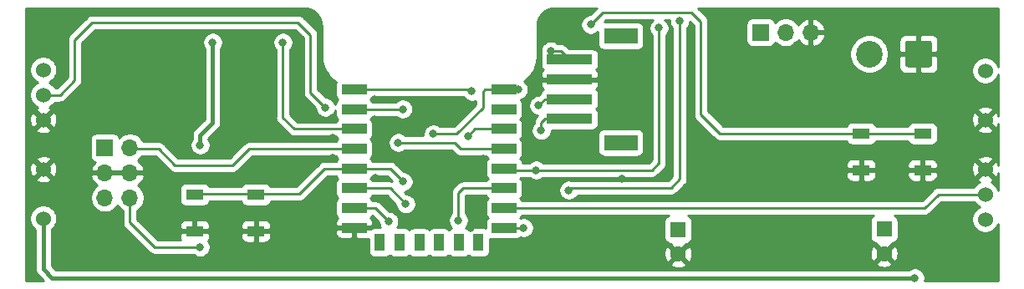
<source format=gbr>
%TF.GenerationSoftware,KiCad,Pcbnew,5.1.9+dfsg1-1*%
%TF.CreationDate,2021-11-29T12:28:50+01:00*%
%TF.ProjectId,Esp8266AquariumLight,45737038-3236-4364-9171-75617269756d,rev?*%
%TF.SameCoordinates,Original*%
%TF.FileFunction,Copper,L2,Bot*%
%TF.FilePolarity,Positive*%
%FSLAX46Y46*%
G04 Gerber Fmt 4.6, Leading zero omitted, Abs format (unit mm)*
G04 Created by KiCad (PCBNEW 5.1.9+dfsg1-1) date 2021-11-29 12:28:50*
%MOMM*%
%LPD*%
G01*
G04 APERTURE LIST*
%TA.AperFunction,ComponentPad*%
%ADD10C,2.700000*%
%TD*%
%TA.AperFunction,ComponentPad*%
%ADD11C,1.600000*%
%TD*%
%TA.AperFunction,ComponentPad*%
%ADD12R,1.600000X1.600000*%
%TD*%
%TA.AperFunction,ComponentPad*%
%ADD13O,1.700000X1.700000*%
%TD*%
%TA.AperFunction,ComponentPad*%
%ADD14R,1.700000X1.700000*%
%TD*%
%TA.AperFunction,ComponentPad*%
%ADD15C,1.524000*%
%TD*%
%TA.AperFunction,SMDPad,CuDef*%
%ADD16R,2.500000X1.000000*%
%TD*%
%TA.AperFunction,SMDPad,CuDef*%
%ADD17R,1.000000X1.800000*%
%TD*%
%TA.AperFunction,SMDPad,CuDef*%
%ADD18R,1.800000X1.100000*%
%TD*%
%TA.AperFunction,SMDPad,CuDef*%
%ADD19R,4.599940X0.998220*%
%TD*%
%TA.AperFunction,SMDPad,CuDef*%
%ADD20R,3.398520X1.597660*%
%TD*%
%TA.AperFunction,ViaPad*%
%ADD21C,0.800000*%
%TD*%
%TA.AperFunction,Conductor*%
%ADD22C,0.250000*%
%TD*%
%TA.AperFunction,Conductor*%
%ADD23C,0.400000*%
%TD*%
%TA.AperFunction,Conductor*%
%ADD24C,0.254000*%
%TD*%
%TA.AperFunction,Conductor*%
%ADD25C,0.100000*%
%TD*%
G04 APERTURE END LIST*
D10*
%TO.P,J1,2*%
%TO.N,/V12*%
X186130000Y-105320000D03*
%TO.P,J1,1*%
%TO.N,GND*%
%TA.AperFunction,ComponentPad*%
G36*
G01*
X192480000Y-104220001D02*
X192480000Y-106419999D01*
G75*
G02*
X192229999Y-106670000I-250001J0D01*
G01*
X190030001Y-106670000D01*
G75*
G02*
X189780000Y-106419999I0J250001D01*
G01*
X189780000Y-104220001D01*
G75*
G02*
X190030001Y-103970000I250001J0D01*
G01*
X192229999Y-103970000D01*
G75*
G02*
X192480000Y-104220001I0J-250001D01*
G01*
G37*
%TD.AperFunction*%
%TD*%
D11*
%TO.P,C1,2*%
%TO.N,GND*%
X187630000Y-125550000D03*
D12*
%TO.P,C1,1*%
%TO.N,/VIN*%
X187630000Y-123050000D03*
%TD*%
D13*
%TO.P,J3,3*%
%TO.N,GND*%
X180210000Y-103124000D03*
%TO.P,J3,2*%
%TO.N,/ONEWIRE*%
X177670000Y-103124000D03*
D14*
%TO.P,J3,1*%
%TO.N,/3V3*%
X175130000Y-103124000D03*
%TD*%
D13*
%TO.P,J2,6*%
%TO.N,/BTN_LED+*%
X111252000Y-119888000D03*
%TO.P,J2,5*%
%TO.N,/FAN+*%
X108712000Y-119888000D03*
%TO.P,J2,4*%
%TO.N,GND*%
X111252000Y-117348000D03*
%TO.P,J2,3*%
X108712000Y-117348000D03*
%TO.P,J2,2*%
%TO.N,/BTN*%
X111252000Y-114808000D03*
D14*
%TO.P,J2,1*%
%TO.N,/BTN_LED-*%
X108712000Y-114808000D03*
%TD*%
D15*
%TO.P,U5,5*%
%TO.N,N/C*%
X197875000Y-122080000D03*
%TO.P,U5,4*%
%TO.N,/LED_B*%
X197875000Y-119540000D03*
%TO.P,U5,3*%
%TO.N,GND*%
X197875000Y-117000000D03*
%TO.P,U5,2*%
X197875000Y-112000000D03*
%TO.P,U5,1*%
%TO.N,/V12*%
X197875000Y-107000000D03*
%TD*%
%TO.P,U4,5*%
%TO.N,N/C*%
X102475000Y-106920000D03*
%TO.P,U4,4*%
%TO.N,/LED_W*%
X102475000Y-109460000D03*
%TO.P,U4,3*%
%TO.N,GND*%
X102475000Y-112000000D03*
%TO.P,U4,2*%
X102475000Y-117000000D03*
%TO.P,U4,1*%
%TO.N,/V12*%
X102475000Y-122000000D03*
%TD*%
D16*
%TO.P,U2,22*%
%TO.N,/RX*%
X133950000Y-108925000D03*
%TO.P,U2,21*%
%TO.N,/TX*%
X133950000Y-110925000D03*
%TO.P,U2,20*%
%TO.N,/FAN*%
X133950000Y-112925000D03*
%TO.P,U2,19*%
%TO.N,/BTN*%
X133950000Y-114925000D03*
%TO.P,U2,18*%
%TO.N,/GPIO0*%
X133950000Y-116925000D03*
%TO.P,U2,17*%
%TO.N,/GPIO2*%
X133950000Y-118925000D03*
%TO.P,U2,16*%
%TO.N,/GPIO15*%
X133950000Y-120925000D03*
%TO.P,U2,15*%
%TO.N,GND*%
X133950000Y-122925000D03*
D17*
%TO.P,U2,14*%
%TO.N,N/C*%
X136550000Y-124425000D03*
%TO.P,U2,13*%
X138550000Y-124425000D03*
%TO.P,U2,12*%
X140550000Y-124425000D03*
%TO.P,U2,11*%
X142550000Y-124425000D03*
%TO.P,U2,10*%
X144550000Y-124425000D03*
%TO.P,U2,9*%
X146550000Y-124425000D03*
D16*
%TO.P,U2,8*%
%TO.N,/3V3*%
X149150000Y-122925000D03*
%TO.P,U2,7*%
%TO.N,/LED_B*%
X149150000Y-120925000D03*
%TO.P,U2,6*%
%TO.N,/BTN_LED*%
X149150000Y-118925000D03*
%TO.P,U2,5*%
%TO.N,/ONEWIRE*%
X149150000Y-116925000D03*
%TO.P,U2,4*%
%TO.N,/LED_W*%
X149150000Y-114925000D03*
%TO.P,U2,3*%
%TO.N,/EN*%
X149150000Y-112925000D03*
%TO.P,U2,2*%
%TO.N,N/C*%
X149150000Y-110925000D03*
%TO.P,U2,1*%
%TO.N,/RST*%
X149150000Y-108925000D03*
%TD*%
D18*
%TO.P,SW3,2*%
%TO.N,GND*%
X117804000Y-123262000D03*
X124004000Y-123262000D03*
%TO.P,SW3,1*%
%TO.N,/GPIO0*%
X117804000Y-119562000D03*
X124004000Y-119562000D03*
%TD*%
%TO.P,SW2,2*%
%TO.N,GND*%
X185320000Y-117080000D03*
X191520000Y-117080000D03*
%TO.P,SW2,1*%
%TO.N,/RST*%
X185320000Y-113380000D03*
X191520000Y-113380000D03*
%TD*%
D19*
%TO.P,J4,4*%
%TO.N,Net-(D3-Pad2)*%
X155782520Y-105890000D03*
%TO.P,J4,1*%
%TO.N,/TX*%
X155782520Y-111888980D03*
%TO.P,J4,2*%
%TO.N,/RX*%
X155782520Y-109890000D03*
%TO.P,J4,3*%
%TO.N,GND*%
X155782520Y-107891020D03*
D20*
%TO.P,J4,NC1*%
%TO.N,N/C*%
X160979360Y-114289280D03*
%TO.P,J4,NC2*%
X160979360Y-103490720D03*
%TD*%
D11*
%TO.P,C5,2*%
%TO.N,GND*%
X166775000Y-125600000D03*
D12*
%TO.P,C5,1*%
%TO.N,/5V*%
X166775000Y-123100000D03*
%TD*%
D21*
%TO.N,GND*%
X128524000Y-109220000D03*
X130048000Y-101600000D03*
X114554000Y-103378000D03*
X136050000Y-111960000D03*
X147000000Y-115960000D03*
X136150000Y-115760000D03*
X136080000Y-117920000D03*
X136030000Y-109890000D03*
X145796000Y-122936000D03*
X173228000Y-104140000D03*
X178816000Y-104394000D03*
X131826000Y-109220000D03*
X131826000Y-111760000D03*
X131826000Y-113792000D03*
X131826000Y-115824000D03*
X131826000Y-118110000D03*
X131826000Y-122174000D03*
X176530000Y-104902000D03*
X152490000Y-107760000D03*
X161100000Y-117940000D03*
%TO.N,/3V3*%
X151130000Y-122936000D03*
X155702000Y-119126000D03*
X166940000Y-101970000D03*
%TO.N,/V12*%
X190754000Y-128016000D03*
%TO.N,/GPIO0*%
X138930000Y-118250000D03*
%TO.N,/GPIO2*%
X139192000Y-120526000D03*
%TO.N,/RST*%
X141986000Y-113414000D03*
X150580000Y-108920000D03*
X157910000Y-102340000D03*
%TO.N,/EN*%
X145470000Y-113660000D03*
%TO.N,/GPIO15*%
X137480000Y-122300000D03*
%TO.N,/TX*%
X138880000Y-110900000D03*
X152908000Y-113060000D03*
%TO.N,/RX*%
X145870000Y-109100000D03*
X152654000Y-110520000D03*
%TO.N,/LED_W*%
X138430000Y-114300000D03*
X131064000Y-110744000D03*
%TO.N,/ONEWIRE*%
X152400000Y-117094000D03*
X164830000Y-102680000D03*
%TO.N,/BTN_LED*%
X144526000Y-122174000D03*
%TO.N,/FAN*%
X126746000Y-104140000D03*
%TO.N,Net-(D3-Pad2)*%
X153860000Y-105030000D03*
%TO.N,/BTN_LED+*%
X118360000Y-124900000D03*
%TO.N,Net-(JP1-Pad2)*%
X119634000Y-104140000D03*
X118364000Y-114554000D03*
%TD*%
D22*
%TO.N,/3V3*%
X149175000Y-122950000D02*
X149150000Y-122925000D01*
X149161000Y-122936000D02*
X149150000Y-122925000D01*
X151130000Y-122936000D02*
X149161000Y-122936000D01*
X166940000Y-118000000D02*
X166940000Y-101970000D01*
X166068000Y-118872000D02*
X166940000Y-118000000D01*
X155956000Y-118872000D02*
X166068000Y-118872000D01*
X155702000Y-119126000D02*
X155956000Y-118872000D01*
D23*
%TO.N,/V12*%
X190754000Y-128016000D02*
X103378000Y-128016000D01*
X102475000Y-127113000D02*
X102475000Y-122000000D01*
X103378000Y-128016000D02*
X102475000Y-127113000D01*
D22*
%TO.N,/GPIO0*%
X134035000Y-116840000D02*
X133950000Y-116925000D01*
X123450000Y-119500000D02*
X128404000Y-119500000D01*
X130979000Y-116925000D02*
X133950000Y-116925000D01*
X128404000Y-119500000D02*
X130979000Y-116925000D01*
X117250000Y-119500000D02*
X123450000Y-119500000D01*
X137605000Y-116925000D02*
X133950000Y-116925000D01*
X138930000Y-118250000D02*
X137605000Y-116925000D01*
%TO.N,/GPIO2*%
X134003000Y-118872000D02*
X133950000Y-118925000D01*
X137591000Y-118925000D02*
X133950000Y-118925000D01*
X139192000Y-120526000D02*
X137591000Y-118925000D01*
%TO.N,/RST*%
X149109000Y-108966000D02*
X149150000Y-108925000D01*
X149150000Y-108925000D02*
X147195000Y-108925000D01*
X147195000Y-108925000D02*
X147000000Y-109120000D01*
X150575000Y-108925000D02*
X150580000Y-108920000D01*
X149150000Y-108925000D02*
X150575000Y-108925000D01*
X183360000Y-113380000D02*
X185320000Y-113380000D01*
X185320000Y-113380000D02*
X191520000Y-113380000D01*
X185320000Y-113380000D02*
X171010000Y-113380000D01*
X169080000Y-111450000D02*
X169080000Y-107270000D01*
X171010000Y-113380000D02*
X169080000Y-111450000D01*
X144336000Y-113414000D02*
X147000000Y-110750000D01*
X141986000Y-113414000D02*
X144336000Y-113414000D01*
X147000000Y-109120000D02*
X147000000Y-110750000D01*
X169080000Y-107270000D02*
X169080000Y-102040000D01*
X169080000Y-102040000D02*
X168120000Y-101080000D01*
X159170000Y-101080000D02*
X157910000Y-102340000D01*
X168120000Y-101080000D02*
X159170000Y-101080000D01*
%TO.N,/EN*%
X149045000Y-113030000D02*
X149150000Y-112925000D01*
X146205000Y-112925000D02*
X149150000Y-112925000D01*
X145470000Y-113660000D02*
X146205000Y-112925000D01*
%TO.N,/GPIO15*%
X133929000Y-120904000D02*
X133950000Y-120925000D01*
X133971000Y-120904000D02*
X133950000Y-120925000D01*
X136105000Y-120925000D02*
X137480000Y-122300000D01*
X133950000Y-120925000D02*
X136105000Y-120925000D01*
%TO.N,/TX*%
X134023000Y-110998000D02*
X133950000Y-110925000D01*
X133950000Y-110925000D02*
X138885000Y-110925000D01*
X155771500Y-111900000D02*
X155782520Y-111888980D01*
X155782520Y-111888980D02*
X153287020Y-111888980D01*
X152908000Y-112268000D02*
X152908000Y-113060000D01*
X153287020Y-111888980D02*
X152908000Y-112268000D01*
%TO.N,/RX*%
X145695000Y-108925000D02*
X145870000Y-109100000D01*
X133950000Y-108925000D02*
X145695000Y-108925000D01*
X155762520Y-109870000D02*
X155782520Y-109890000D01*
X153284000Y-109890000D02*
X152654000Y-110520000D01*
X155782520Y-109890000D02*
X153284000Y-109890000D01*
%TO.N,/LED_W*%
X149150000Y-114925000D02*
X144735000Y-114925000D01*
X144110000Y-114300000D02*
X138430000Y-114300000D01*
X144735000Y-114925000D02*
X144110000Y-114300000D01*
X102475000Y-109460000D02*
X104154000Y-109460000D01*
X104154000Y-109460000D02*
X105664000Y-107950000D01*
X105664000Y-107950000D02*
X105664000Y-103886000D01*
X105664000Y-103886000D02*
X107442000Y-102108000D01*
X107442000Y-102108000D02*
X128270000Y-102108000D01*
X128270000Y-102108000D02*
X129540000Y-103378000D01*
X129540000Y-109220000D02*
X129540000Y-103378000D01*
X131064000Y-110744000D02*
X129540000Y-109220000D01*
%TO.N,/BTN*%
X111369000Y-114925000D02*
X111252000Y-114808000D01*
X133950000Y-114925000D02*
X123327000Y-114925000D01*
X123327000Y-114925000D02*
X121666000Y-116586000D01*
X115824000Y-116586000D02*
X114163000Y-114925000D01*
X121666000Y-116586000D02*
X115824000Y-116586000D01*
X114163000Y-114925000D02*
X111369000Y-114925000D01*
%TO.N,/LED_B*%
X149150000Y-120925000D02*
X191749000Y-120925000D01*
X193134000Y-119540000D02*
X197875000Y-119540000D01*
X191749000Y-120925000D02*
X193134000Y-119540000D01*
%TO.N,/ONEWIRE*%
X149319000Y-117094000D02*
X149150000Y-116925000D01*
X152400000Y-117094000D02*
X149319000Y-117094000D01*
X164846000Y-116344000D02*
X164846000Y-104264000D01*
X164096000Y-117094000D02*
X164846000Y-116344000D01*
X152400000Y-117094000D02*
X164096000Y-117094000D01*
X164846000Y-102696000D02*
X164830000Y-102680000D01*
X164846000Y-104264000D02*
X164846000Y-102696000D01*
%TO.N,/BTN_LED*%
X149150000Y-118925000D02*
X144981000Y-118925000D01*
X144526000Y-119380000D02*
X144526000Y-122174000D01*
X144981000Y-118925000D02*
X144526000Y-119380000D01*
%TO.N,/FAN*%
X127911000Y-112925000D02*
X130407000Y-112925000D01*
X126746000Y-111760000D02*
X127911000Y-112925000D01*
X130407000Y-112925000D02*
X129943000Y-112925000D01*
X133950000Y-112925000D02*
X130407000Y-112925000D01*
X126746000Y-104140000D02*
X126746000Y-104902000D01*
X126746000Y-104902000D02*
X126746000Y-111760000D01*
X126746000Y-104648000D02*
X126746000Y-104902000D01*
%TO.N,Net-(D3-Pad2)*%
X154922520Y-105030000D02*
X155782520Y-105890000D01*
X153860000Y-105030000D02*
X154922520Y-105030000D01*
%TO.N,/BTN_LED+*%
X111240000Y-119900000D02*
X111252000Y-119888000D01*
X118360000Y-124900000D02*
X113760000Y-124900000D01*
X111252000Y-122392000D02*
X111252000Y-119888000D01*
X113760000Y-124900000D02*
X111252000Y-122392000D01*
D23*
%TO.N,Net-(JP1-Pad2)*%
X119634000Y-112268000D02*
X118364000Y-113538000D01*
X118364000Y-114554000D02*
X118364000Y-113538000D01*
X119634000Y-104394000D02*
X119634000Y-112268000D01*
%TD*%
D24*
%TO.N,GND*%
X129174775Y-100698147D02*
X129517967Y-100801763D01*
X129834489Y-100970062D01*
X130112299Y-101196637D01*
X130340806Y-101472856D01*
X130511310Y-101788197D01*
X130617319Y-102130656D01*
X130658000Y-102517713D01*
X130658001Y-105532419D01*
X130660886Y-105561709D01*
X130660777Y-105577271D01*
X130661677Y-105586442D01*
X130712678Y-106071684D01*
X130724699Y-106130247D01*
X130735914Y-106189040D01*
X130738578Y-106197862D01*
X130882858Y-106663956D01*
X130906033Y-106719086D01*
X130928447Y-106774565D01*
X130932774Y-106782701D01*
X131164838Y-107211894D01*
X131198271Y-107261461D01*
X131231042Y-107311540D01*
X131236867Y-107318681D01*
X131547875Y-107694627D01*
X131590311Y-107736767D01*
X131632174Y-107779517D01*
X131639275Y-107785391D01*
X132017382Y-108093767D01*
X132067191Y-108126859D01*
X132116563Y-108160666D01*
X132120215Y-108162640D01*
X132110498Y-108180820D01*
X132074188Y-108300518D01*
X132061928Y-108425000D01*
X132061928Y-109425000D01*
X132074188Y-109549482D01*
X132110498Y-109669180D01*
X132169463Y-109779494D01*
X132248815Y-109876185D01*
X132308296Y-109925000D01*
X132248815Y-109973815D01*
X132169463Y-110070506D01*
X132110498Y-110180820D01*
X132074188Y-110300518D01*
X132061928Y-110425000D01*
X132061928Y-110455686D01*
X132059226Y-110442102D01*
X131981205Y-110253744D01*
X131867937Y-110084226D01*
X131723774Y-109940063D01*
X131554256Y-109826795D01*
X131365898Y-109748774D01*
X131165939Y-109709000D01*
X131103802Y-109709000D01*
X130300000Y-108905199D01*
X130300000Y-103415322D01*
X130303676Y-103377999D01*
X130300000Y-103340676D01*
X130300000Y-103340667D01*
X130289003Y-103229014D01*
X130245546Y-103085753D01*
X130174974Y-102953724D01*
X130080001Y-102837999D01*
X130051003Y-102814201D01*
X128833804Y-101597003D01*
X128810001Y-101567999D01*
X128694276Y-101473026D01*
X128562247Y-101402454D01*
X128418986Y-101358997D01*
X128307333Y-101348000D01*
X128307322Y-101348000D01*
X128270000Y-101344324D01*
X128232678Y-101348000D01*
X107479325Y-101348000D01*
X107442000Y-101344324D01*
X107404675Y-101348000D01*
X107404667Y-101348000D01*
X107293014Y-101358997D01*
X107149753Y-101402454D01*
X107017724Y-101473026D01*
X106901999Y-101567999D01*
X106878201Y-101596997D01*
X105152998Y-103322201D01*
X105124000Y-103345999D01*
X105100202Y-103374997D01*
X105100201Y-103374998D01*
X105029026Y-103461724D01*
X104958454Y-103593754D01*
X104914998Y-103737015D01*
X104900324Y-103886000D01*
X104904001Y-103923332D01*
X104904000Y-107635197D01*
X103839199Y-108700000D01*
X103647341Y-108700000D01*
X103560120Y-108569465D01*
X103365535Y-108374880D01*
X103136727Y-108221995D01*
X103059485Y-108190000D01*
X103136727Y-108158005D01*
X103365535Y-108005120D01*
X103560120Y-107810535D01*
X103713005Y-107581727D01*
X103818314Y-107327490D01*
X103872000Y-107057592D01*
X103872000Y-106782408D01*
X103818314Y-106512510D01*
X103713005Y-106258273D01*
X103560120Y-106029465D01*
X103365535Y-105834880D01*
X103136727Y-105681995D01*
X102882490Y-105576686D01*
X102612592Y-105523000D01*
X102337408Y-105523000D01*
X102067510Y-105576686D01*
X101813273Y-105681995D01*
X101584465Y-105834880D01*
X101389880Y-106029465D01*
X101236995Y-106258273D01*
X101131686Y-106512510D01*
X101078000Y-106782408D01*
X101078000Y-107057592D01*
X101131686Y-107327490D01*
X101236995Y-107581727D01*
X101389880Y-107810535D01*
X101584465Y-108005120D01*
X101813273Y-108158005D01*
X101890515Y-108190000D01*
X101813273Y-108221995D01*
X101584465Y-108374880D01*
X101389880Y-108569465D01*
X101236995Y-108798273D01*
X101131686Y-109052510D01*
X101078000Y-109322408D01*
X101078000Y-109597592D01*
X101131686Y-109867490D01*
X101236995Y-110121727D01*
X101389880Y-110350535D01*
X101584465Y-110545120D01*
X101813273Y-110698005D01*
X101884943Y-110727692D01*
X101871977Y-110732364D01*
X101756020Y-110794344D01*
X101689040Y-111034435D01*
X102475000Y-111820395D01*
X103260960Y-111034435D01*
X103193980Y-110794344D01*
X103058240Y-110730515D01*
X103136727Y-110698005D01*
X103365535Y-110545120D01*
X103560120Y-110350535D01*
X103647341Y-110220000D01*
X104116678Y-110220000D01*
X104154000Y-110223676D01*
X104191322Y-110220000D01*
X104191333Y-110220000D01*
X104302986Y-110209003D01*
X104446247Y-110165546D01*
X104578276Y-110094974D01*
X104694001Y-110000001D01*
X104717803Y-109970998D01*
X106175009Y-108513794D01*
X106204001Y-108490001D01*
X106227795Y-108461008D01*
X106227799Y-108461004D01*
X106298973Y-108374277D01*
X106298974Y-108374276D01*
X106369546Y-108242247D01*
X106413003Y-108098986D01*
X106424000Y-107987333D01*
X106424000Y-107987324D01*
X106427676Y-107950001D01*
X106424000Y-107912678D01*
X106424000Y-104200801D01*
X107756802Y-102868000D01*
X127955199Y-102868000D01*
X128780001Y-103692803D01*
X128780000Y-109182677D01*
X128776324Y-109220000D01*
X128780000Y-109257322D01*
X128780000Y-109257332D01*
X128790997Y-109368985D01*
X128818606Y-109460000D01*
X128834454Y-109512246D01*
X128905026Y-109644276D01*
X128929422Y-109674002D01*
X128999999Y-109760001D01*
X129029002Y-109783803D01*
X130029000Y-110783802D01*
X130029000Y-110845939D01*
X130068774Y-111045898D01*
X130146795Y-111234256D01*
X130260063Y-111403774D01*
X130404226Y-111547937D01*
X130573744Y-111661205D01*
X130762102Y-111739226D01*
X130962061Y-111779000D01*
X131165939Y-111779000D01*
X131365898Y-111739226D01*
X131554256Y-111661205D01*
X131723774Y-111547937D01*
X131867937Y-111403774D01*
X131981205Y-111234256D01*
X132059226Y-111045898D01*
X132061928Y-111032314D01*
X132061928Y-111425000D01*
X132074188Y-111549482D01*
X132110498Y-111669180D01*
X132169463Y-111779494D01*
X132248815Y-111876185D01*
X132308296Y-111925000D01*
X132248815Y-111973815D01*
X132169463Y-112070506D01*
X132118954Y-112165000D01*
X128225802Y-112165000D01*
X127506000Y-111445199D01*
X127506000Y-104843711D01*
X127549937Y-104799774D01*
X127663205Y-104630256D01*
X127741226Y-104441898D01*
X127781000Y-104241939D01*
X127781000Y-104038061D01*
X127741226Y-103838102D01*
X127663205Y-103649744D01*
X127549937Y-103480226D01*
X127405774Y-103336063D01*
X127236256Y-103222795D01*
X127047898Y-103144774D01*
X126847939Y-103105000D01*
X126644061Y-103105000D01*
X126444102Y-103144774D01*
X126255744Y-103222795D01*
X126086226Y-103336063D01*
X125942063Y-103480226D01*
X125828795Y-103649744D01*
X125750774Y-103838102D01*
X125711000Y-104038061D01*
X125711000Y-104241939D01*
X125750774Y-104441898D01*
X125828795Y-104630256D01*
X125942063Y-104799774D01*
X125986000Y-104843711D01*
X125986000Y-104864668D01*
X125986001Y-111722668D01*
X125982324Y-111760000D01*
X125996998Y-111908985D01*
X126040454Y-112052246D01*
X126111026Y-112184276D01*
X126157167Y-112240498D01*
X126206000Y-112300001D01*
X126234998Y-112323799D01*
X127347201Y-113436003D01*
X127370999Y-113465001D01*
X127486724Y-113559974D01*
X127618753Y-113630546D01*
X127762014Y-113674003D01*
X127873667Y-113685000D01*
X127873677Y-113685000D01*
X127911000Y-113688676D01*
X127948323Y-113685000D01*
X132118954Y-113685000D01*
X132169463Y-113779494D01*
X132248815Y-113876185D01*
X132308296Y-113925000D01*
X132248815Y-113973815D01*
X132169463Y-114070506D01*
X132118954Y-114165000D01*
X123364325Y-114165000D01*
X123327000Y-114161324D01*
X123289675Y-114165000D01*
X123289667Y-114165000D01*
X123178014Y-114175997D01*
X123034753Y-114219454D01*
X122902724Y-114290026D01*
X122786999Y-114384999D01*
X122763202Y-114413996D01*
X121351199Y-115826000D01*
X116138802Y-115826000D01*
X114764863Y-114452061D01*
X117329000Y-114452061D01*
X117329000Y-114655939D01*
X117368774Y-114855898D01*
X117446795Y-115044256D01*
X117560063Y-115213774D01*
X117704226Y-115357937D01*
X117873744Y-115471205D01*
X118062102Y-115549226D01*
X118262061Y-115589000D01*
X118465939Y-115589000D01*
X118665898Y-115549226D01*
X118854256Y-115471205D01*
X119023774Y-115357937D01*
X119167937Y-115213774D01*
X119281205Y-115044256D01*
X119359226Y-114855898D01*
X119399000Y-114655939D01*
X119399000Y-114452061D01*
X119359226Y-114252102D01*
X119281205Y-114063744D01*
X119199000Y-113940715D01*
X119199000Y-113883867D01*
X120195426Y-112887442D01*
X120227291Y-112861291D01*
X120331636Y-112734146D01*
X120409172Y-112589087D01*
X120456918Y-112431689D01*
X120469000Y-112309019D01*
X120469000Y-112309017D01*
X120473040Y-112268001D01*
X120469000Y-112226985D01*
X120469000Y-104753285D01*
X120551205Y-104630256D01*
X120629226Y-104441898D01*
X120669000Y-104241939D01*
X120669000Y-104038061D01*
X120629226Y-103838102D01*
X120551205Y-103649744D01*
X120437937Y-103480226D01*
X120293774Y-103336063D01*
X120124256Y-103222795D01*
X119935898Y-103144774D01*
X119735939Y-103105000D01*
X119532061Y-103105000D01*
X119332102Y-103144774D01*
X119143744Y-103222795D01*
X118974226Y-103336063D01*
X118830063Y-103480226D01*
X118716795Y-103649744D01*
X118638774Y-103838102D01*
X118599000Y-104038061D01*
X118599000Y-104241939D01*
X118638774Y-104441898D01*
X118716795Y-104630256D01*
X118799000Y-104753285D01*
X118799001Y-111922131D01*
X117802574Y-112918559D01*
X117770710Y-112944709D01*
X117713925Y-113013902D01*
X117666364Y-113071855D01*
X117588828Y-113216914D01*
X117541082Y-113374312D01*
X117524960Y-113538000D01*
X117529001Y-113579028D01*
X117529001Y-113940714D01*
X117446795Y-114063744D01*
X117368774Y-114252102D01*
X117329000Y-114452061D01*
X114764863Y-114452061D01*
X114726804Y-114414003D01*
X114703001Y-114384999D01*
X114587276Y-114290026D01*
X114455247Y-114219454D01*
X114311986Y-114175997D01*
X114200333Y-114165000D01*
X114200322Y-114165000D01*
X114163000Y-114161324D01*
X114125678Y-114165000D01*
X112593013Y-114165000D01*
X112567990Y-114104589D01*
X112405475Y-113861368D01*
X112198632Y-113654525D01*
X111955411Y-113492010D01*
X111685158Y-113380068D01*
X111398260Y-113323000D01*
X111105740Y-113323000D01*
X110818842Y-113380068D01*
X110548589Y-113492010D01*
X110305368Y-113654525D01*
X110173513Y-113786380D01*
X110151502Y-113713820D01*
X110092537Y-113603506D01*
X110013185Y-113506815D01*
X109916494Y-113427463D01*
X109806180Y-113368498D01*
X109686482Y-113332188D01*
X109562000Y-113319928D01*
X107862000Y-113319928D01*
X107737518Y-113332188D01*
X107617820Y-113368498D01*
X107507506Y-113427463D01*
X107410815Y-113506815D01*
X107331463Y-113603506D01*
X107272498Y-113713820D01*
X107236188Y-113833518D01*
X107223928Y-113958000D01*
X107223928Y-115658000D01*
X107236188Y-115782482D01*
X107272498Y-115902180D01*
X107331463Y-116012494D01*
X107410815Y-116109185D01*
X107507506Y-116188537D01*
X107617820Y-116247502D01*
X107698466Y-116271966D01*
X107614412Y-116347731D01*
X107440359Y-116581080D01*
X107315175Y-116843901D01*
X107270524Y-116991110D01*
X107391845Y-117221000D01*
X108585000Y-117221000D01*
X108585000Y-117201000D01*
X108839000Y-117201000D01*
X108839000Y-117221000D01*
X111125000Y-117221000D01*
X111125000Y-117201000D01*
X111379000Y-117201000D01*
X111379000Y-117221000D01*
X112572155Y-117221000D01*
X112693476Y-116991110D01*
X112648825Y-116843901D01*
X112523641Y-116581080D01*
X112349588Y-116347731D01*
X112133355Y-116152822D01*
X112016466Y-116083195D01*
X112198632Y-115961475D01*
X112405475Y-115754632D01*
X112452002Y-115685000D01*
X113848199Y-115685000D01*
X115260201Y-117097003D01*
X115283999Y-117126001D01*
X115399724Y-117220974D01*
X115531753Y-117291546D01*
X115675014Y-117335003D01*
X115786667Y-117346000D01*
X115786675Y-117346000D01*
X115824000Y-117349676D01*
X115861325Y-117346000D01*
X121628678Y-117346000D01*
X121666000Y-117349676D01*
X121703322Y-117346000D01*
X121703333Y-117346000D01*
X121814986Y-117335003D01*
X121958247Y-117291546D01*
X122090276Y-117220974D01*
X122206001Y-117126001D01*
X122229804Y-117096997D01*
X123641802Y-115685000D01*
X132118954Y-115685000D01*
X132169463Y-115779494D01*
X132248815Y-115876185D01*
X132308296Y-115925000D01*
X132248815Y-115973815D01*
X132169463Y-116070506D01*
X132118954Y-116165000D01*
X131016323Y-116165000D01*
X130979000Y-116161324D01*
X130941677Y-116165000D01*
X130941667Y-116165000D01*
X130830014Y-116175997D01*
X130704601Y-116214040D01*
X130686753Y-116219454D01*
X130554723Y-116290026D01*
X130484410Y-116347731D01*
X130438999Y-116384999D01*
X130415201Y-116413997D01*
X128089199Y-118740000D01*
X125478632Y-118740000D01*
X125434537Y-118657506D01*
X125355185Y-118560815D01*
X125258494Y-118481463D01*
X125148180Y-118422498D01*
X125028482Y-118386188D01*
X124904000Y-118373928D01*
X123104000Y-118373928D01*
X122979518Y-118386188D01*
X122859820Y-118422498D01*
X122749506Y-118481463D01*
X122652815Y-118560815D01*
X122573463Y-118657506D01*
X122529368Y-118740000D01*
X119278632Y-118740000D01*
X119234537Y-118657506D01*
X119155185Y-118560815D01*
X119058494Y-118481463D01*
X118948180Y-118422498D01*
X118828482Y-118386188D01*
X118704000Y-118373928D01*
X116904000Y-118373928D01*
X116779518Y-118386188D01*
X116659820Y-118422498D01*
X116549506Y-118481463D01*
X116452815Y-118560815D01*
X116373463Y-118657506D01*
X116314498Y-118767820D01*
X116278188Y-118887518D01*
X116265928Y-119012000D01*
X116265928Y-120112000D01*
X116278188Y-120236482D01*
X116314498Y-120356180D01*
X116373463Y-120466494D01*
X116452815Y-120563185D01*
X116549506Y-120642537D01*
X116659820Y-120701502D01*
X116779518Y-120737812D01*
X116904000Y-120750072D01*
X118704000Y-120750072D01*
X118828482Y-120737812D01*
X118948180Y-120701502D01*
X119058494Y-120642537D01*
X119155185Y-120563185D01*
X119234537Y-120466494D01*
X119293502Y-120356180D01*
X119322678Y-120260000D01*
X122485322Y-120260000D01*
X122514498Y-120356180D01*
X122573463Y-120466494D01*
X122652815Y-120563185D01*
X122749506Y-120642537D01*
X122859820Y-120701502D01*
X122979518Y-120737812D01*
X123104000Y-120750072D01*
X124904000Y-120750072D01*
X125028482Y-120737812D01*
X125148180Y-120701502D01*
X125258494Y-120642537D01*
X125355185Y-120563185D01*
X125434537Y-120466494D01*
X125493502Y-120356180D01*
X125522678Y-120260000D01*
X128366678Y-120260000D01*
X128404000Y-120263676D01*
X128441322Y-120260000D01*
X128441333Y-120260000D01*
X128552986Y-120249003D01*
X128696247Y-120205546D01*
X128828276Y-120134974D01*
X128944001Y-120040001D01*
X128967804Y-120010997D01*
X131293802Y-117685000D01*
X132118954Y-117685000D01*
X132169463Y-117779494D01*
X132248815Y-117876185D01*
X132308296Y-117925000D01*
X132248815Y-117973815D01*
X132169463Y-118070506D01*
X132110498Y-118180820D01*
X132074188Y-118300518D01*
X132061928Y-118425000D01*
X132061928Y-119425000D01*
X132074188Y-119549482D01*
X132110498Y-119669180D01*
X132169463Y-119779494D01*
X132248815Y-119876185D01*
X132308296Y-119925000D01*
X132248815Y-119973815D01*
X132169463Y-120070506D01*
X132110498Y-120180820D01*
X132074188Y-120300518D01*
X132061928Y-120425000D01*
X132061928Y-121425000D01*
X132074188Y-121549482D01*
X132110498Y-121669180D01*
X132169463Y-121779494D01*
X132248815Y-121876185D01*
X132308296Y-121925000D01*
X132248815Y-121973815D01*
X132169463Y-122070506D01*
X132110498Y-122180820D01*
X132074188Y-122300518D01*
X132061928Y-122425000D01*
X132065000Y-122639250D01*
X132223750Y-122798000D01*
X133823000Y-122798000D01*
X133823000Y-122778000D01*
X134077000Y-122778000D01*
X134077000Y-122798000D01*
X135676250Y-122798000D01*
X135835000Y-122639250D01*
X135838072Y-122425000D01*
X135825812Y-122300518D01*
X135789502Y-122180820D01*
X135730537Y-122070506D01*
X135651185Y-121973815D01*
X135591704Y-121925000D01*
X135651185Y-121876185D01*
X135730537Y-121779494D01*
X135781046Y-121685000D01*
X135790199Y-121685000D01*
X136445000Y-122339802D01*
X136445000Y-122401939D01*
X136484774Y-122601898D01*
X136562795Y-122790256D01*
X136627389Y-122886928D01*
X136050000Y-122886928D01*
X135925518Y-122899188D01*
X135805820Y-122935498D01*
X135695506Y-122994463D01*
X135625397Y-123052000D01*
X134077000Y-123052000D01*
X134077000Y-123901250D01*
X134235750Y-124060000D01*
X135200000Y-124063072D01*
X135324482Y-124050812D01*
X135411928Y-124024286D01*
X135411928Y-125325000D01*
X135424188Y-125449482D01*
X135460498Y-125569180D01*
X135519463Y-125679494D01*
X135598815Y-125776185D01*
X135695506Y-125855537D01*
X135805820Y-125914502D01*
X135925518Y-125950812D01*
X136050000Y-125963072D01*
X137050000Y-125963072D01*
X137174482Y-125950812D01*
X137294180Y-125914502D01*
X137404494Y-125855537D01*
X137501185Y-125776185D01*
X137550000Y-125716704D01*
X137598815Y-125776185D01*
X137695506Y-125855537D01*
X137805820Y-125914502D01*
X137925518Y-125950812D01*
X138050000Y-125963072D01*
X139050000Y-125963072D01*
X139174482Y-125950812D01*
X139294180Y-125914502D01*
X139404494Y-125855537D01*
X139501185Y-125776185D01*
X139550000Y-125716704D01*
X139598815Y-125776185D01*
X139695506Y-125855537D01*
X139805820Y-125914502D01*
X139925518Y-125950812D01*
X140050000Y-125963072D01*
X141050000Y-125963072D01*
X141174482Y-125950812D01*
X141294180Y-125914502D01*
X141404494Y-125855537D01*
X141501185Y-125776185D01*
X141550000Y-125716704D01*
X141598815Y-125776185D01*
X141695506Y-125855537D01*
X141805820Y-125914502D01*
X141925518Y-125950812D01*
X142050000Y-125963072D01*
X143050000Y-125963072D01*
X143174482Y-125950812D01*
X143294180Y-125914502D01*
X143404494Y-125855537D01*
X143501185Y-125776185D01*
X143550000Y-125716704D01*
X143598815Y-125776185D01*
X143695506Y-125855537D01*
X143805820Y-125914502D01*
X143925518Y-125950812D01*
X144050000Y-125963072D01*
X145050000Y-125963072D01*
X145174482Y-125950812D01*
X145294180Y-125914502D01*
X145404494Y-125855537D01*
X145501185Y-125776185D01*
X145550000Y-125716704D01*
X145598815Y-125776185D01*
X145695506Y-125855537D01*
X145805820Y-125914502D01*
X145925518Y-125950812D01*
X146050000Y-125963072D01*
X147050000Y-125963072D01*
X147174482Y-125950812D01*
X147294180Y-125914502D01*
X147404494Y-125855537D01*
X147501185Y-125776185D01*
X147580537Y-125679494D01*
X147585338Y-125670512D01*
X165334783Y-125670512D01*
X165376213Y-125950130D01*
X165471397Y-126216292D01*
X165538329Y-126341514D01*
X165782298Y-126413097D01*
X166595395Y-125600000D01*
X166954605Y-125600000D01*
X167767702Y-126413097D01*
X168011671Y-126341514D01*
X168132571Y-126086004D01*
X168201300Y-125811816D01*
X168210730Y-125620512D01*
X186189783Y-125620512D01*
X186231213Y-125900130D01*
X186326397Y-126166292D01*
X186393329Y-126291514D01*
X186637298Y-126363097D01*
X187450395Y-125550000D01*
X187809605Y-125550000D01*
X188622702Y-126363097D01*
X188866671Y-126291514D01*
X188987571Y-126036004D01*
X189056300Y-125761816D01*
X189070217Y-125479488D01*
X189028787Y-125199870D01*
X188933603Y-124933708D01*
X188866671Y-124808486D01*
X188622702Y-124736903D01*
X187809605Y-125550000D01*
X187450395Y-125550000D01*
X186637298Y-124736903D01*
X186393329Y-124808486D01*
X186272429Y-125063996D01*
X186203700Y-125338184D01*
X186189783Y-125620512D01*
X168210730Y-125620512D01*
X168215217Y-125529488D01*
X168173787Y-125249870D01*
X168078603Y-124983708D01*
X168011671Y-124858486D01*
X167767702Y-124786903D01*
X166954605Y-125600000D01*
X166595395Y-125600000D01*
X165782298Y-124786903D01*
X165538329Y-124858486D01*
X165417429Y-125113996D01*
X165348700Y-125388184D01*
X165334783Y-125670512D01*
X147585338Y-125670512D01*
X147639502Y-125569180D01*
X147675812Y-125449482D01*
X147688072Y-125325000D01*
X147688072Y-124024286D01*
X147775518Y-124050812D01*
X147900000Y-124063072D01*
X150400000Y-124063072D01*
X150524482Y-124050812D01*
X150644180Y-124014502D01*
X150754494Y-123955537D01*
X150798871Y-123919118D01*
X150828102Y-123931226D01*
X151028061Y-123971000D01*
X151231939Y-123971000D01*
X151431898Y-123931226D01*
X151620256Y-123853205D01*
X151789774Y-123739937D01*
X151933937Y-123595774D01*
X152047205Y-123426256D01*
X152125226Y-123237898D01*
X152165000Y-123037939D01*
X152165000Y-122834061D01*
X152125226Y-122634102D01*
X152047205Y-122445744D01*
X151933937Y-122276226D01*
X151789774Y-122132063D01*
X151620256Y-122018795D01*
X151431898Y-121940774D01*
X151231939Y-121901000D01*
X151028061Y-121901000D01*
X150828102Y-121940774D01*
X150816686Y-121945503D01*
X150791704Y-121925000D01*
X150851185Y-121876185D01*
X150930537Y-121779494D01*
X150981046Y-121685000D01*
X165814876Y-121685000D01*
X165730820Y-121710498D01*
X165620506Y-121769463D01*
X165523815Y-121848815D01*
X165444463Y-121945506D01*
X165385498Y-122055820D01*
X165349188Y-122175518D01*
X165336928Y-122300000D01*
X165336928Y-123900000D01*
X165349188Y-124024482D01*
X165385498Y-124144180D01*
X165444463Y-124254494D01*
X165523815Y-124351185D01*
X165620506Y-124430537D01*
X165730820Y-124489502D01*
X165850518Y-124525812D01*
X165975000Y-124538072D01*
X165982215Y-124538072D01*
X165961903Y-124607298D01*
X166775000Y-125420395D01*
X167588097Y-124607298D01*
X167567785Y-124538072D01*
X167575000Y-124538072D01*
X167699482Y-124525812D01*
X167819180Y-124489502D01*
X167929494Y-124430537D01*
X168026185Y-124351185D01*
X168105537Y-124254494D01*
X168164502Y-124144180D01*
X168200812Y-124024482D01*
X168213072Y-123900000D01*
X168213072Y-122300000D01*
X168200812Y-122175518D01*
X168164502Y-122055820D01*
X168105537Y-121945506D01*
X168026185Y-121848815D01*
X167929494Y-121769463D01*
X167819180Y-121710498D01*
X167735124Y-121685000D01*
X186539981Y-121685000D01*
X186475506Y-121719463D01*
X186378815Y-121798815D01*
X186299463Y-121895506D01*
X186240498Y-122005820D01*
X186204188Y-122125518D01*
X186191928Y-122250000D01*
X186191928Y-123850000D01*
X186204188Y-123974482D01*
X186240498Y-124094180D01*
X186299463Y-124204494D01*
X186378815Y-124301185D01*
X186475506Y-124380537D01*
X186585820Y-124439502D01*
X186705518Y-124475812D01*
X186830000Y-124488072D01*
X186837215Y-124488072D01*
X186816903Y-124557298D01*
X187630000Y-125370395D01*
X188443097Y-124557298D01*
X188422785Y-124488072D01*
X188430000Y-124488072D01*
X188554482Y-124475812D01*
X188674180Y-124439502D01*
X188784494Y-124380537D01*
X188881185Y-124301185D01*
X188960537Y-124204494D01*
X189019502Y-124094180D01*
X189055812Y-123974482D01*
X189068072Y-123850000D01*
X189068072Y-122250000D01*
X189055812Y-122125518D01*
X189019502Y-122005820D01*
X188960537Y-121895506D01*
X188881185Y-121798815D01*
X188784494Y-121719463D01*
X188720019Y-121685000D01*
X191711678Y-121685000D01*
X191749000Y-121688676D01*
X191786322Y-121685000D01*
X191786333Y-121685000D01*
X191897986Y-121674003D01*
X192041247Y-121630546D01*
X192173276Y-121559974D01*
X192289001Y-121465001D01*
X192312804Y-121435997D01*
X193448802Y-120300000D01*
X196702659Y-120300000D01*
X196789880Y-120430535D01*
X196984465Y-120625120D01*
X197213273Y-120778005D01*
X197290515Y-120810000D01*
X197213273Y-120841995D01*
X196984465Y-120994880D01*
X196789880Y-121189465D01*
X196636995Y-121418273D01*
X196531686Y-121672510D01*
X196478000Y-121942408D01*
X196478000Y-122217592D01*
X196531686Y-122487490D01*
X196636995Y-122741727D01*
X196789880Y-122970535D01*
X196984465Y-123165120D01*
X197213273Y-123318005D01*
X197467510Y-123423314D01*
X197737408Y-123477000D01*
X198012592Y-123477000D01*
X198282490Y-123423314D01*
X198536727Y-123318005D01*
X198765535Y-123165120D01*
X198960120Y-122970535D01*
X199113005Y-122741727D01*
X199215001Y-122495489D01*
X199215001Y-128314473D01*
X191751050Y-128308728D01*
X191789000Y-128117939D01*
X191789000Y-127914061D01*
X191749226Y-127714102D01*
X191671205Y-127525744D01*
X191557937Y-127356226D01*
X191413774Y-127212063D01*
X191244256Y-127098795D01*
X191055898Y-127020774D01*
X190855939Y-126981000D01*
X190652061Y-126981000D01*
X190452102Y-127020774D01*
X190263744Y-127098795D01*
X190140715Y-127181000D01*
X103723868Y-127181000D01*
X103310000Y-126767132D01*
X103310000Y-126592702D01*
X165961903Y-126592702D01*
X166033486Y-126836671D01*
X166288996Y-126957571D01*
X166563184Y-127026300D01*
X166845512Y-127040217D01*
X167125130Y-126998787D01*
X167391292Y-126903603D01*
X167516514Y-126836671D01*
X167588097Y-126592702D01*
X167538097Y-126542702D01*
X186816903Y-126542702D01*
X186888486Y-126786671D01*
X187143996Y-126907571D01*
X187418184Y-126976300D01*
X187700512Y-126990217D01*
X187980130Y-126948787D01*
X188246292Y-126853603D01*
X188371514Y-126786671D01*
X188443097Y-126542702D01*
X187630000Y-125729605D01*
X186816903Y-126542702D01*
X167538097Y-126542702D01*
X166775000Y-125779605D01*
X165961903Y-126592702D01*
X103310000Y-126592702D01*
X103310000Y-123122227D01*
X103365535Y-123085120D01*
X103560120Y-122890535D01*
X103713005Y-122661727D01*
X103818314Y-122407490D01*
X103872000Y-122137592D01*
X103872000Y-121862408D01*
X103818314Y-121592510D01*
X103713005Y-121338273D01*
X103560120Y-121109465D01*
X103365535Y-120914880D01*
X103136727Y-120761995D01*
X102882490Y-120656686D01*
X102612592Y-120603000D01*
X102337408Y-120603000D01*
X102067510Y-120656686D01*
X101813273Y-120761995D01*
X101584465Y-120914880D01*
X101389880Y-121109465D01*
X101236995Y-121338273D01*
X101131686Y-121592510D01*
X101078000Y-121862408D01*
X101078000Y-122137592D01*
X101131686Y-122407490D01*
X101236995Y-122661727D01*
X101389880Y-122890535D01*
X101584465Y-123085120D01*
X101640001Y-123122228D01*
X101640000Y-127071981D01*
X101635960Y-127113000D01*
X101643847Y-127193082D01*
X101652082Y-127276688D01*
X101699828Y-127434086D01*
X101777364Y-127579145D01*
X101881709Y-127706291D01*
X101913578Y-127732445D01*
X102495032Y-128313900D01*
X100685000Y-128314698D01*
X100685000Y-119741740D01*
X107227000Y-119741740D01*
X107227000Y-120034260D01*
X107284068Y-120321158D01*
X107396010Y-120591411D01*
X107558525Y-120834632D01*
X107765368Y-121041475D01*
X108008589Y-121203990D01*
X108278842Y-121315932D01*
X108565740Y-121373000D01*
X108858260Y-121373000D01*
X109145158Y-121315932D01*
X109415411Y-121203990D01*
X109658632Y-121041475D01*
X109865475Y-120834632D01*
X109982000Y-120660240D01*
X110098525Y-120834632D01*
X110305368Y-121041475D01*
X110492000Y-121166179D01*
X110492000Y-122354677D01*
X110488324Y-122392000D01*
X110492000Y-122429322D01*
X110492000Y-122429332D01*
X110502997Y-122540985D01*
X110532805Y-122639250D01*
X110546454Y-122684246D01*
X110617026Y-122816276D01*
X110631622Y-122834061D01*
X110711999Y-122932001D01*
X110741003Y-122955804D01*
X113196201Y-125411003D01*
X113219999Y-125440001D01*
X113248997Y-125463799D01*
X113335724Y-125534974D01*
X113467753Y-125605546D01*
X113611014Y-125649003D01*
X113760000Y-125663677D01*
X113797333Y-125660000D01*
X117656289Y-125660000D01*
X117700226Y-125703937D01*
X117869744Y-125817205D01*
X118058102Y-125895226D01*
X118258061Y-125935000D01*
X118461939Y-125935000D01*
X118661898Y-125895226D01*
X118850256Y-125817205D01*
X119019774Y-125703937D01*
X119163937Y-125559774D01*
X119277205Y-125390256D01*
X119355226Y-125201898D01*
X119395000Y-125001939D01*
X119395000Y-124798061D01*
X119355226Y-124598102D01*
X119277205Y-124409744D01*
X119168465Y-124247003D01*
X119234537Y-124166494D01*
X119293502Y-124056180D01*
X119329812Y-123936482D01*
X119342072Y-123812000D01*
X122465928Y-123812000D01*
X122478188Y-123936482D01*
X122514498Y-124056180D01*
X122573463Y-124166494D01*
X122652815Y-124263185D01*
X122749506Y-124342537D01*
X122859820Y-124401502D01*
X122979518Y-124437812D01*
X123104000Y-124450072D01*
X123718250Y-124447000D01*
X123877000Y-124288250D01*
X123877000Y-123389000D01*
X124131000Y-123389000D01*
X124131000Y-124288250D01*
X124289750Y-124447000D01*
X124904000Y-124450072D01*
X125028482Y-124437812D01*
X125148180Y-124401502D01*
X125258494Y-124342537D01*
X125355185Y-124263185D01*
X125434537Y-124166494D01*
X125493502Y-124056180D01*
X125529812Y-123936482D01*
X125542072Y-123812000D01*
X125539000Y-123547750D01*
X125416250Y-123425000D01*
X132061928Y-123425000D01*
X132074188Y-123549482D01*
X132110498Y-123669180D01*
X132169463Y-123779494D01*
X132248815Y-123876185D01*
X132345506Y-123955537D01*
X132455820Y-124014502D01*
X132575518Y-124050812D01*
X132700000Y-124063072D01*
X133664250Y-124060000D01*
X133823000Y-123901250D01*
X133823000Y-123052000D01*
X132223750Y-123052000D01*
X132065000Y-123210750D01*
X132061928Y-123425000D01*
X125416250Y-123425000D01*
X125380250Y-123389000D01*
X124131000Y-123389000D01*
X123877000Y-123389000D01*
X122627750Y-123389000D01*
X122469000Y-123547750D01*
X122465928Y-123812000D01*
X119342072Y-123812000D01*
X119339000Y-123547750D01*
X119180250Y-123389000D01*
X117931000Y-123389000D01*
X117931000Y-123409000D01*
X117677000Y-123409000D01*
X117677000Y-123389000D01*
X116427750Y-123389000D01*
X116269000Y-123547750D01*
X116265928Y-123812000D01*
X116278188Y-123936482D01*
X116314498Y-124056180D01*
X116359301Y-124140000D01*
X114074802Y-124140000D01*
X112646802Y-122712000D01*
X116265928Y-122712000D01*
X116269000Y-122976250D01*
X116427750Y-123135000D01*
X117677000Y-123135000D01*
X117677000Y-122235750D01*
X117931000Y-122235750D01*
X117931000Y-123135000D01*
X119180250Y-123135000D01*
X119339000Y-122976250D01*
X119342072Y-122712000D01*
X122465928Y-122712000D01*
X122469000Y-122976250D01*
X122627750Y-123135000D01*
X123877000Y-123135000D01*
X123877000Y-122235750D01*
X124131000Y-122235750D01*
X124131000Y-123135000D01*
X125380250Y-123135000D01*
X125539000Y-122976250D01*
X125542072Y-122712000D01*
X125529812Y-122587518D01*
X125493502Y-122467820D01*
X125434537Y-122357506D01*
X125355185Y-122260815D01*
X125258494Y-122181463D01*
X125148180Y-122122498D01*
X125028482Y-122086188D01*
X124904000Y-122073928D01*
X124289750Y-122077000D01*
X124131000Y-122235750D01*
X123877000Y-122235750D01*
X123718250Y-122077000D01*
X123104000Y-122073928D01*
X122979518Y-122086188D01*
X122859820Y-122122498D01*
X122749506Y-122181463D01*
X122652815Y-122260815D01*
X122573463Y-122357506D01*
X122514498Y-122467820D01*
X122478188Y-122587518D01*
X122465928Y-122712000D01*
X119342072Y-122712000D01*
X119329812Y-122587518D01*
X119293502Y-122467820D01*
X119234537Y-122357506D01*
X119155185Y-122260815D01*
X119058494Y-122181463D01*
X118948180Y-122122498D01*
X118828482Y-122086188D01*
X118704000Y-122073928D01*
X118089750Y-122077000D01*
X117931000Y-122235750D01*
X117677000Y-122235750D01*
X117518250Y-122077000D01*
X116904000Y-122073928D01*
X116779518Y-122086188D01*
X116659820Y-122122498D01*
X116549506Y-122181463D01*
X116452815Y-122260815D01*
X116373463Y-122357506D01*
X116314498Y-122467820D01*
X116278188Y-122587518D01*
X116265928Y-122712000D01*
X112646802Y-122712000D01*
X112012000Y-122077199D01*
X112012000Y-121166178D01*
X112198632Y-121041475D01*
X112405475Y-120834632D01*
X112567990Y-120591411D01*
X112679932Y-120321158D01*
X112737000Y-120034260D01*
X112737000Y-119741740D01*
X112679932Y-119454842D01*
X112567990Y-119184589D01*
X112405475Y-118941368D01*
X112198632Y-118734525D01*
X112016466Y-118612805D01*
X112133355Y-118543178D01*
X112349588Y-118348269D01*
X112523641Y-118114920D01*
X112648825Y-117852099D01*
X112693476Y-117704890D01*
X112572155Y-117475000D01*
X111379000Y-117475000D01*
X111379000Y-117495000D01*
X111125000Y-117495000D01*
X111125000Y-117475000D01*
X108839000Y-117475000D01*
X108839000Y-117495000D01*
X108585000Y-117495000D01*
X108585000Y-117475000D01*
X107391845Y-117475000D01*
X107270524Y-117704890D01*
X107315175Y-117852099D01*
X107440359Y-118114920D01*
X107614412Y-118348269D01*
X107830645Y-118543178D01*
X107947534Y-118612805D01*
X107765368Y-118734525D01*
X107558525Y-118941368D01*
X107396010Y-119184589D01*
X107284068Y-119454842D01*
X107227000Y-119741740D01*
X100685000Y-119741740D01*
X100685000Y-117965565D01*
X101689040Y-117965565D01*
X101756020Y-118205656D01*
X102005048Y-118322756D01*
X102272135Y-118389023D01*
X102547017Y-118401910D01*
X102819133Y-118360922D01*
X103078023Y-118267636D01*
X103193980Y-118205656D01*
X103260960Y-117965565D01*
X102475000Y-117179605D01*
X101689040Y-117965565D01*
X100685000Y-117965565D01*
X100685000Y-117072017D01*
X101073090Y-117072017D01*
X101114078Y-117344133D01*
X101207364Y-117603023D01*
X101269344Y-117718980D01*
X101509435Y-117785960D01*
X102295395Y-117000000D01*
X102654605Y-117000000D01*
X103440565Y-117785960D01*
X103680656Y-117718980D01*
X103797756Y-117469952D01*
X103864023Y-117202865D01*
X103876910Y-116927983D01*
X103835922Y-116655867D01*
X103742636Y-116396977D01*
X103680656Y-116281020D01*
X103440565Y-116214040D01*
X102654605Y-117000000D01*
X102295395Y-117000000D01*
X101509435Y-116214040D01*
X101269344Y-116281020D01*
X101152244Y-116530048D01*
X101085977Y-116797135D01*
X101073090Y-117072017D01*
X100685000Y-117072017D01*
X100685000Y-116034435D01*
X101689040Y-116034435D01*
X102475000Y-116820395D01*
X103260960Y-116034435D01*
X103193980Y-115794344D01*
X102944952Y-115677244D01*
X102677865Y-115610977D01*
X102402983Y-115598090D01*
X102130867Y-115639078D01*
X101871977Y-115732364D01*
X101756020Y-115794344D01*
X101689040Y-116034435D01*
X100685000Y-116034435D01*
X100685000Y-112965565D01*
X101689040Y-112965565D01*
X101756020Y-113205656D01*
X102005048Y-113322756D01*
X102272135Y-113389023D01*
X102547017Y-113401910D01*
X102819133Y-113360922D01*
X103078023Y-113267636D01*
X103193980Y-113205656D01*
X103260960Y-112965565D01*
X102475000Y-112179605D01*
X101689040Y-112965565D01*
X100685000Y-112965565D01*
X100685000Y-112072017D01*
X101073090Y-112072017D01*
X101114078Y-112344133D01*
X101207364Y-112603023D01*
X101269344Y-112718980D01*
X101509435Y-112785960D01*
X102295395Y-112000000D01*
X102654605Y-112000000D01*
X103440565Y-112785960D01*
X103680656Y-112718980D01*
X103797756Y-112469952D01*
X103864023Y-112202865D01*
X103876910Y-111927983D01*
X103835922Y-111655867D01*
X103742636Y-111396977D01*
X103680656Y-111281020D01*
X103440565Y-111214040D01*
X102654605Y-112000000D01*
X102295395Y-112000000D01*
X101509435Y-111214040D01*
X101269344Y-111281020D01*
X101152244Y-111530048D01*
X101085977Y-111797135D01*
X101073090Y-112072017D01*
X100685000Y-112072017D01*
X100685000Y-100660000D01*
X128785721Y-100660000D01*
X129174775Y-100698147D01*
%TA.AperFunction,Conductor*%
D25*
G36*
X129174775Y-100698147D02*
G01*
X129517967Y-100801763D01*
X129834489Y-100970062D01*
X130112299Y-101196637D01*
X130340806Y-101472856D01*
X130511310Y-101788197D01*
X130617319Y-102130656D01*
X130658000Y-102517713D01*
X130658001Y-105532419D01*
X130660886Y-105561709D01*
X130660777Y-105577271D01*
X130661677Y-105586442D01*
X130712678Y-106071684D01*
X130724699Y-106130247D01*
X130735914Y-106189040D01*
X130738578Y-106197862D01*
X130882858Y-106663956D01*
X130906033Y-106719086D01*
X130928447Y-106774565D01*
X130932774Y-106782701D01*
X131164838Y-107211894D01*
X131198271Y-107261461D01*
X131231042Y-107311540D01*
X131236867Y-107318681D01*
X131547875Y-107694627D01*
X131590311Y-107736767D01*
X131632174Y-107779517D01*
X131639275Y-107785391D01*
X132017382Y-108093767D01*
X132067191Y-108126859D01*
X132116563Y-108160666D01*
X132120215Y-108162640D01*
X132110498Y-108180820D01*
X132074188Y-108300518D01*
X132061928Y-108425000D01*
X132061928Y-109425000D01*
X132074188Y-109549482D01*
X132110498Y-109669180D01*
X132169463Y-109779494D01*
X132248815Y-109876185D01*
X132308296Y-109925000D01*
X132248815Y-109973815D01*
X132169463Y-110070506D01*
X132110498Y-110180820D01*
X132074188Y-110300518D01*
X132061928Y-110425000D01*
X132061928Y-110455686D01*
X132059226Y-110442102D01*
X131981205Y-110253744D01*
X131867937Y-110084226D01*
X131723774Y-109940063D01*
X131554256Y-109826795D01*
X131365898Y-109748774D01*
X131165939Y-109709000D01*
X131103802Y-109709000D01*
X130300000Y-108905199D01*
X130300000Y-103415322D01*
X130303676Y-103377999D01*
X130300000Y-103340676D01*
X130300000Y-103340667D01*
X130289003Y-103229014D01*
X130245546Y-103085753D01*
X130174974Y-102953724D01*
X130080001Y-102837999D01*
X130051003Y-102814201D01*
X128833804Y-101597003D01*
X128810001Y-101567999D01*
X128694276Y-101473026D01*
X128562247Y-101402454D01*
X128418986Y-101358997D01*
X128307333Y-101348000D01*
X128307322Y-101348000D01*
X128270000Y-101344324D01*
X128232678Y-101348000D01*
X107479325Y-101348000D01*
X107442000Y-101344324D01*
X107404675Y-101348000D01*
X107404667Y-101348000D01*
X107293014Y-101358997D01*
X107149753Y-101402454D01*
X107017724Y-101473026D01*
X106901999Y-101567999D01*
X106878201Y-101596997D01*
X105152998Y-103322201D01*
X105124000Y-103345999D01*
X105100202Y-103374997D01*
X105100201Y-103374998D01*
X105029026Y-103461724D01*
X104958454Y-103593754D01*
X104914998Y-103737015D01*
X104900324Y-103886000D01*
X104904001Y-103923332D01*
X104904000Y-107635197D01*
X103839199Y-108700000D01*
X103647341Y-108700000D01*
X103560120Y-108569465D01*
X103365535Y-108374880D01*
X103136727Y-108221995D01*
X103059485Y-108190000D01*
X103136727Y-108158005D01*
X103365535Y-108005120D01*
X103560120Y-107810535D01*
X103713005Y-107581727D01*
X103818314Y-107327490D01*
X103872000Y-107057592D01*
X103872000Y-106782408D01*
X103818314Y-106512510D01*
X103713005Y-106258273D01*
X103560120Y-106029465D01*
X103365535Y-105834880D01*
X103136727Y-105681995D01*
X102882490Y-105576686D01*
X102612592Y-105523000D01*
X102337408Y-105523000D01*
X102067510Y-105576686D01*
X101813273Y-105681995D01*
X101584465Y-105834880D01*
X101389880Y-106029465D01*
X101236995Y-106258273D01*
X101131686Y-106512510D01*
X101078000Y-106782408D01*
X101078000Y-107057592D01*
X101131686Y-107327490D01*
X101236995Y-107581727D01*
X101389880Y-107810535D01*
X101584465Y-108005120D01*
X101813273Y-108158005D01*
X101890515Y-108190000D01*
X101813273Y-108221995D01*
X101584465Y-108374880D01*
X101389880Y-108569465D01*
X101236995Y-108798273D01*
X101131686Y-109052510D01*
X101078000Y-109322408D01*
X101078000Y-109597592D01*
X101131686Y-109867490D01*
X101236995Y-110121727D01*
X101389880Y-110350535D01*
X101584465Y-110545120D01*
X101813273Y-110698005D01*
X101884943Y-110727692D01*
X101871977Y-110732364D01*
X101756020Y-110794344D01*
X101689040Y-111034435D01*
X102475000Y-111820395D01*
X103260960Y-111034435D01*
X103193980Y-110794344D01*
X103058240Y-110730515D01*
X103136727Y-110698005D01*
X103365535Y-110545120D01*
X103560120Y-110350535D01*
X103647341Y-110220000D01*
X104116678Y-110220000D01*
X104154000Y-110223676D01*
X104191322Y-110220000D01*
X104191333Y-110220000D01*
X104302986Y-110209003D01*
X104446247Y-110165546D01*
X104578276Y-110094974D01*
X104694001Y-110000001D01*
X104717803Y-109970998D01*
X106175009Y-108513794D01*
X106204001Y-108490001D01*
X106227795Y-108461008D01*
X106227799Y-108461004D01*
X106298973Y-108374277D01*
X106298974Y-108374276D01*
X106369546Y-108242247D01*
X106413003Y-108098986D01*
X106424000Y-107987333D01*
X106424000Y-107987324D01*
X106427676Y-107950001D01*
X106424000Y-107912678D01*
X106424000Y-104200801D01*
X107756802Y-102868000D01*
X127955199Y-102868000D01*
X128780001Y-103692803D01*
X128780000Y-109182677D01*
X128776324Y-109220000D01*
X128780000Y-109257322D01*
X128780000Y-109257332D01*
X128790997Y-109368985D01*
X128818606Y-109460000D01*
X128834454Y-109512246D01*
X128905026Y-109644276D01*
X128929422Y-109674002D01*
X128999999Y-109760001D01*
X129029002Y-109783803D01*
X130029000Y-110783802D01*
X130029000Y-110845939D01*
X130068774Y-111045898D01*
X130146795Y-111234256D01*
X130260063Y-111403774D01*
X130404226Y-111547937D01*
X130573744Y-111661205D01*
X130762102Y-111739226D01*
X130962061Y-111779000D01*
X131165939Y-111779000D01*
X131365898Y-111739226D01*
X131554256Y-111661205D01*
X131723774Y-111547937D01*
X131867937Y-111403774D01*
X131981205Y-111234256D01*
X132059226Y-111045898D01*
X132061928Y-111032314D01*
X132061928Y-111425000D01*
X132074188Y-111549482D01*
X132110498Y-111669180D01*
X132169463Y-111779494D01*
X132248815Y-111876185D01*
X132308296Y-111925000D01*
X132248815Y-111973815D01*
X132169463Y-112070506D01*
X132118954Y-112165000D01*
X128225802Y-112165000D01*
X127506000Y-111445199D01*
X127506000Y-104843711D01*
X127549937Y-104799774D01*
X127663205Y-104630256D01*
X127741226Y-104441898D01*
X127781000Y-104241939D01*
X127781000Y-104038061D01*
X127741226Y-103838102D01*
X127663205Y-103649744D01*
X127549937Y-103480226D01*
X127405774Y-103336063D01*
X127236256Y-103222795D01*
X127047898Y-103144774D01*
X126847939Y-103105000D01*
X126644061Y-103105000D01*
X126444102Y-103144774D01*
X126255744Y-103222795D01*
X126086226Y-103336063D01*
X125942063Y-103480226D01*
X125828795Y-103649744D01*
X125750774Y-103838102D01*
X125711000Y-104038061D01*
X125711000Y-104241939D01*
X125750774Y-104441898D01*
X125828795Y-104630256D01*
X125942063Y-104799774D01*
X125986000Y-104843711D01*
X125986000Y-104864668D01*
X125986001Y-111722668D01*
X125982324Y-111760000D01*
X125996998Y-111908985D01*
X126040454Y-112052246D01*
X126111026Y-112184276D01*
X126157167Y-112240498D01*
X126206000Y-112300001D01*
X126234998Y-112323799D01*
X127347201Y-113436003D01*
X127370999Y-113465001D01*
X127486724Y-113559974D01*
X127618753Y-113630546D01*
X127762014Y-113674003D01*
X127873667Y-113685000D01*
X127873677Y-113685000D01*
X127911000Y-113688676D01*
X127948323Y-113685000D01*
X132118954Y-113685000D01*
X132169463Y-113779494D01*
X132248815Y-113876185D01*
X132308296Y-113925000D01*
X132248815Y-113973815D01*
X132169463Y-114070506D01*
X132118954Y-114165000D01*
X123364325Y-114165000D01*
X123327000Y-114161324D01*
X123289675Y-114165000D01*
X123289667Y-114165000D01*
X123178014Y-114175997D01*
X123034753Y-114219454D01*
X122902724Y-114290026D01*
X122786999Y-114384999D01*
X122763202Y-114413996D01*
X121351199Y-115826000D01*
X116138802Y-115826000D01*
X114764863Y-114452061D01*
X117329000Y-114452061D01*
X117329000Y-114655939D01*
X117368774Y-114855898D01*
X117446795Y-115044256D01*
X117560063Y-115213774D01*
X117704226Y-115357937D01*
X117873744Y-115471205D01*
X118062102Y-115549226D01*
X118262061Y-115589000D01*
X118465939Y-115589000D01*
X118665898Y-115549226D01*
X118854256Y-115471205D01*
X119023774Y-115357937D01*
X119167937Y-115213774D01*
X119281205Y-115044256D01*
X119359226Y-114855898D01*
X119399000Y-114655939D01*
X119399000Y-114452061D01*
X119359226Y-114252102D01*
X119281205Y-114063744D01*
X119199000Y-113940715D01*
X119199000Y-113883867D01*
X120195426Y-112887442D01*
X120227291Y-112861291D01*
X120331636Y-112734146D01*
X120409172Y-112589087D01*
X120456918Y-112431689D01*
X120469000Y-112309019D01*
X120469000Y-112309017D01*
X120473040Y-112268001D01*
X120469000Y-112226985D01*
X120469000Y-104753285D01*
X120551205Y-104630256D01*
X120629226Y-104441898D01*
X120669000Y-104241939D01*
X120669000Y-104038061D01*
X120629226Y-103838102D01*
X120551205Y-103649744D01*
X120437937Y-103480226D01*
X120293774Y-103336063D01*
X120124256Y-103222795D01*
X119935898Y-103144774D01*
X119735939Y-103105000D01*
X119532061Y-103105000D01*
X119332102Y-103144774D01*
X119143744Y-103222795D01*
X118974226Y-103336063D01*
X118830063Y-103480226D01*
X118716795Y-103649744D01*
X118638774Y-103838102D01*
X118599000Y-104038061D01*
X118599000Y-104241939D01*
X118638774Y-104441898D01*
X118716795Y-104630256D01*
X118799000Y-104753285D01*
X118799001Y-111922131D01*
X117802574Y-112918559D01*
X117770710Y-112944709D01*
X117713925Y-113013902D01*
X117666364Y-113071855D01*
X117588828Y-113216914D01*
X117541082Y-113374312D01*
X117524960Y-113538000D01*
X117529001Y-113579028D01*
X117529001Y-113940714D01*
X117446795Y-114063744D01*
X117368774Y-114252102D01*
X117329000Y-114452061D01*
X114764863Y-114452061D01*
X114726804Y-114414003D01*
X114703001Y-114384999D01*
X114587276Y-114290026D01*
X114455247Y-114219454D01*
X114311986Y-114175997D01*
X114200333Y-114165000D01*
X114200322Y-114165000D01*
X114163000Y-114161324D01*
X114125678Y-114165000D01*
X112593013Y-114165000D01*
X112567990Y-114104589D01*
X112405475Y-113861368D01*
X112198632Y-113654525D01*
X111955411Y-113492010D01*
X111685158Y-113380068D01*
X111398260Y-113323000D01*
X111105740Y-113323000D01*
X110818842Y-113380068D01*
X110548589Y-113492010D01*
X110305368Y-113654525D01*
X110173513Y-113786380D01*
X110151502Y-113713820D01*
X110092537Y-113603506D01*
X110013185Y-113506815D01*
X109916494Y-113427463D01*
X109806180Y-113368498D01*
X109686482Y-113332188D01*
X109562000Y-113319928D01*
X107862000Y-113319928D01*
X107737518Y-113332188D01*
X107617820Y-113368498D01*
X107507506Y-113427463D01*
X107410815Y-113506815D01*
X107331463Y-113603506D01*
X107272498Y-113713820D01*
X107236188Y-113833518D01*
X107223928Y-113958000D01*
X107223928Y-115658000D01*
X107236188Y-115782482D01*
X107272498Y-115902180D01*
X107331463Y-116012494D01*
X107410815Y-116109185D01*
X107507506Y-116188537D01*
X107617820Y-116247502D01*
X107698466Y-116271966D01*
X107614412Y-116347731D01*
X107440359Y-116581080D01*
X107315175Y-116843901D01*
X107270524Y-116991110D01*
X107391845Y-117221000D01*
X108585000Y-117221000D01*
X108585000Y-117201000D01*
X108839000Y-117201000D01*
X108839000Y-117221000D01*
X111125000Y-117221000D01*
X111125000Y-117201000D01*
X111379000Y-117201000D01*
X111379000Y-117221000D01*
X112572155Y-117221000D01*
X112693476Y-116991110D01*
X112648825Y-116843901D01*
X112523641Y-116581080D01*
X112349588Y-116347731D01*
X112133355Y-116152822D01*
X112016466Y-116083195D01*
X112198632Y-115961475D01*
X112405475Y-115754632D01*
X112452002Y-115685000D01*
X113848199Y-115685000D01*
X115260201Y-117097003D01*
X115283999Y-117126001D01*
X115399724Y-117220974D01*
X115531753Y-117291546D01*
X115675014Y-117335003D01*
X115786667Y-117346000D01*
X115786675Y-117346000D01*
X115824000Y-117349676D01*
X115861325Y-117346000D01*
X121628678Y-117346000D01*
X121666000Y-117349676D01*
X121703322Y-117346000D01*
X121703333Y-117346000D01*
X121814986Y-117335003D01*
X121958247Y-117291546D01*
X122090276Y-117220974D01*
X122206001Y-117126001D01*
X122229804Y-117096997D01*
X123641802Y-115685000D01*
X132118954Y-115685000D01*
X132169463Y-115779494D01*
X132248815Y-115876185D01*
X132308296Y-115925000D01*
X132248815Y-115973815D01*
X132169463Y-116070506D01*
X132118954Y-116165000D01*
X131016323Y-116165000D01*
X130979000Y-116161324D01*
X130941677Y-116165000D01*
X130941667Y-116165000D01*
X130830014Y-116175997D01*
X130704601Y-116214040D01*
X130686753Y-116219454D01*
X130554723Y-116290026D01*
X130484410Y-116347731D01*
X130438999Y-116384999D01*
X130415201Y-116413997D01*
X128089199Y-118740000D01*
X125478632Y-118740000D01*
X125434537Y-118657506D01*
X125355185Y-118560815D01*
X125258494Y-118481463D01*
X125148180Y-118422498D01*
X125028482Y-118386188D01*
X124904000Y-118373928D01*
X123104000Y-118373928D01*
X122979518Y-118386188D01*
X122859820Y-118422498D01*
X122749506Y-118481463D01*
X122652815Y-118560815D01*
X122573463Y-118657506D01*
X122529368Y-118740000D01*
X119278632Y-118740000D01*
X119234537Y-118657506D01*
X119155185Y-118560815D01*
X119058494Y-118481463D01*
X118948180Y-118422498D01*
X118828482Y-118386188D01*
X118704000Y-118373928D01*
X116904000Y-118373928D01*
X116779518Y-118386188D01*
X116659820Y-118422498D01*
X116549506Y-118481463D01*
X116452815Y-118560815D01*
X116373463Y-118657506D01*
X116314498Y-118767820D01*
X116278188Y-118887518D01*
X116265928Y-119012000D01*
X116265928Y-120112000D01*
X116278188Y-120236482D01*
X116314498Y-120356180D01*
X116373463Y-120466494D01*
X116452815Y-120563185D01*
X116549506Y-120642537D01*
X116659820Y-120701502D01*
X116779518Y-120737812D01*
X116904000Y-120750072D01*
X118704000Y-120750072D01*
X118828482Y-120737812D01*
X118948180Y-120701502D01*
X119058494Y-120642537D01*
X119155185Y-120563185D01*
X119234537Y-120466494D01*
X119293502Y-120356180D01*
X119322678Y-120260000D01*
X122485322Y-120260000D01*
X122514498Y-120356180D01*
X122573463Y-120466494D01*
X122652815Y-120563185D01*
X122749506Y-120642537D01*
X122859820Y-120701502D01*
X122979518Y-120737812D01*
X123104000Y-120750072D01*
X124904000Y-120750072D01*
X125028482Y-120737812D01*
X125148180Y-120701502D01*
X125258494Y-120642537D01*
X125355185Y-120563185D01*
X125434537Y-120466494D01*
X125493502Y-120356180D01*
X125522678Y-120260000D01*
X128366678Y-120260000D01*
X128404000Y-120263676D01*
X128441322Y-120260000D01*
X128441333Y-120260000D01*
X128552986Y-120249003D01*
X128696247Y-120205546D01*
X128828276Y-120134974D01*
X128944001Y-120040001D01*
X128967804Y-120010997D01*
X131293802Y-117685000D01*
X132118954Y-117685000D01*
X132169463Y-117779494D01*
X132248815Y-117876185D01*
X132308296Y-117925000D01*
X132248815Y-117973815D01*
X132169463Y-118070506D01*
X132110498Y-118180820D01*
X132074188Y-118300518D01*
X132061928Y-118425000D01*
X132061928Y-119425000D01*
X132074188Y-119549482D01*
X132110498Y-119669180D01*
X132169463Y-119779494D01*
X132248815Y-119876185D01*
X132308296Y-119925000D01*
X132248815Y-119973815D01*
X132169463Y-120070506D01*
X132110498Y-120180820D01*
X132074188Y-120300518D01*
X132061928Y-120425000D01*
X132061928Y-121425000D01*
X132074188Y-121549482D01*
X132110498Y-121669180D01*
X132169463Y-121779494D01*
X132248815Y-121876185D01*
X132308296Y-121925000D01*
X132248815Y-121973815D01*
X132169463Y-122070506D01*
X132110498Y-122180820D01*
X132074188Y-122300518D01*
X132061928Y-122425000D01*
X132065000Y-122639250D01*
X132223750Y-122798000D01*
X133823000Y-122798000D01*
X133823000Y-122778000D01*
X134077000Y-122778000D01*
X134077000Y-122798000D01*
X135676250Y-122798000D01*
X135835000Y-122639250D01*
X135838072Y-122425000D01*
X135825812Y-122300518D01*
X135789502Y-122180820D01*
X135730537Y-122070506D01*
X135651185Y-121973815D01*
X135591704Y-121925000D01*
X135651185Y-121876185D01*
X135730537Y-121779494D01*
X135781046Y-121685000D01*
X135790199Y-121685000D01*
X136445000Y-122339802D01*
X136445000Y-122401939D01*
X136484774Y-122601898D01*
X136562795Y-122790256D01*
X136627389Y-122886928D01*
X136050000Y-122886928D01*
X135925518Y-122899188D01*
X135805820Y-122935498D01*
X135695506Y-122994463D01*
X135625397Y-123052000D01*
X134077000Y-123052000D01*
X134077000Y-123901250D01*
X134235750Y-124060000D01*
X135200000Y-124063072D01*
X135324482Y-124050812D01*
X135411928Y-124024286D01*
X135411928Y-125325000D01*
X135424188Y-125449482D01*
X135460498Y-125569180D01*
X135519463Y-125679494D01*
X135598815Y-125776185D01*
X135695506Y-125855537D01*
X135805820Y-125914502D01*
X135925518Y-125950812D01*
X136050000Y-125963072D01*
X137050000Y-125963072D01*
X137174482Y-125950812D01*
X137294180Y-125914502D01*
X137404494Y-125855537D01*
X137501185Y-125776185D01*
X137550000Y-125716704D01*
X137598815Y-125776185D01*
X137695506Y-125855537D01*
X137805820Y-125914502D01*
X137925518Y-125950812D01*
X138050000Y-125963072D01*
X139050000Y-125963072D01*
X139174482Y-125950812D01*
X139294180Y-125914502D01*
X139404494Y-125855537D01*
X139501185Y-125776185D01*
X139550000Y-125716704D01*
X139598815Y-125776185D01*
X139695506Y-125855537D01*
X139805820Y-125914502D01*
X139925518Y-125950812D01*
X140050000Y-125963072D01*
X141050000Y-125963072D01*
X141174482Y-125950812D01*
X141294180Y-125914502D01*
X141404494Y-125855537D01*
X141501185Y-125776185D01*
X141550000Y-125716704D01*
X141598815Y-125776185D01*
X141695506Y-125855537D01*
X141805820Y-125914502D01*
X141925518Y-125950812D01*
X142050000Y-125963072D01*
X143050000Y-125963072D01*
X143174482Y-125950812D01*
X143294180Y-125914502D01*
X143404494Y-125855537D01*
X143501185Y-125776185D01*
X143550000Y-125716704D01*
X143598815Y-125776185D01*
X143695506Y-125855537D01*
X143805820Y-125914502D01*
X143925518Y-125950812D01*
X144050000Y-125963072D01*
X145050000Y-125963072D01*
X145174482Y-125950812D01*
X145294180Y-125914502D01*
X145404494Y-125855537D01*
X145501185Y-125776185D01*
X145550000Y-125716704D01*
X145598815Y-125776185D01*
X145695506Y-125855537D01*
X145805820Y-125914502D01*
X145925518Y-125950812D01*
X146050000Y-125963072D01*
X147050000Y-125963072D01*
X147174482Y-125950812D01*
X147294180Y-125914502D01*
X147404494Y-125855537D01*
X147501185Y-125776185D01*
X147580537Y-125679494D01*
X147585338Y-125670512D01*
X165334783Y-125670512D01*
X165376213Y-125950130D01*
X165471397Y-126216292D01*
X165538329Y-126341514D01*
X165782298Y-126413097D01*
X166595395Y-125600000D01*
X166954605Y-125600000D01*
X167767702Y-126413097D01*
X168011671Y-126341514D01*
X168132571Y-126086004D01*
X168201300Y-125811816D01*
X168210730Y-125620512D01*
X186189783Y-125620512D01*
X186231213Y-125900130D01*
X186326397Y-126166292D01*
X186393329Y-126291514D01*
X186637298Y-126363097D01*
X187450395Y-125550000D01*
X187809605Y-125550000D01*
X188622702Y-126363097D01*
X188866671Y-126291514D01*
X188987571Y-126036004D01*
X189056300Y-125761816D01*
X189070217Y-125479488D01*
X189028787Y-125199870D01*
X188933603Y-124933708D01*
X188866671Y-124808486D01*
X188622702Y-124736903D01*
X187809605Y-125550000D01*
X187450395Y-125550000D01*
X186637298Y-124736903D01*
X186393329Y-124808486D01*
X186272429Y-125063996D01*
X186203700Y-125338184D01*
X186189783Y-125620512D01*
X168210730Y-125620512D01*
X168215217Y-125529488D01*
X168173787Y-125249870D01*
X168078603Y-124983708D01*
X168011671Y-124858486D01*
X167767702Y-124786903D01*
X166954605Y-125600000D01*
X166595395Y-125600000D01*
X165782298Y-124786903D01*
X165538329Y-124858486D01*
X165417429Y-125113996D01*
X165348700Y-125388184D01*
X165334783Y-125670512D01*
X147585338Y-125670512D01*
X147639502Y-125569180D01*
X147675812Y-125449482D01*
X147688072Y-125325000D01*
X147688072Y-124024286D01*
X147775518Y-124050812D01*
X147900000Y-124063072D01*
X150400000Y-124063072D01*
X150524482Y-124050812D01*
X150644180Y-124014502D01*
X150754494Y-123955537D01*
X150798871Y-123919118D01*
X150828102Y-123931226D01*
X151028061Y-123971000D01*
X151231939Y-123971000D01*
X151431898Y-123931226D01*
X151620256Y-123853205D01*
X151789774Y-123739937D01*
X151933937Y-123595774D01*
X152047205Y-123426256D01*
X152125226Y-123237898D01*
X152165000Y-123037939D01*
X152165000Y-122834061D01*
X152125226Y-122634102D01*
X152047205Y-122445744D01*
X151933937Y-122276226D01*
X151789774Y-122132063D01*
X151620256Y-122018795D01*
X151431898Y-121940774D01*
X151231939Y-121901000D01*
X151028061Y-121901000D01*
X150828102Y-121940774D01*
X150816686Y-121945503D01*
X150791704Y-121925000D01*
X150851185Y-121876185D01*
X150930537Y-121779494D01*
X150981046Y-121685000D01*
X165814876Y-121685000D01*
X165730820Y-121710498D01*
X165620506Y-121769463D01*
X165523815Y-121848815D01*
X165444463Y-121945506D01*
X165385498Y-122055820D01*
X165349188Y-122175518D01*
X165336928Y-122300000D01*
X165336928Y-123900000D01*
X165349188Y-124024482D01*
X165385498Y-124144180D01*
X165444463Y-124254494D01*
X165523815Y-124351185D01*
X165620506Y-124430537D01*
X165730820Y-124489502D01*
X165850518Y-124525812D01*
X165975000Y-124538072D01*
X165982215Y-124538072D01*
X165961903Y-124607298D01*
X166775000Y-125420395D01*
X167588097Y-124607298D01*
X167567785Y-124538072D01*
X167575000Y-124538072D01*
X167699482Y-124525812D01*
X167819180Y-124489502D01*
X167929494Y-124430537D01*
X168026185Y-124351185D01*
X168105537Y-124254494D01*
X168164502Y-124144180D01*
X168200812Y-124024482D01*
X168213072Y-123900000D01*
X168213072Y-122300000D01*
X168200812Y-122175518D01*
X168164502Y-122055820D01*
X168105537Y-121945506D01*
X168026185Y-121848815D01*
X167929494Y-121769463D01*
X167819180Y-121710498D01*
X167735124Y-121685000D01*
X186539981Y-121685000D01*
X186475506Y-121719463D01*
X186378815Y-121798815D01*
X186299463Y-121895506D01*
X186240498Y-122005820D01*
X186204188Y-122125518D01*
X186191928Y-122250000D01*
X186191928Y-123850000D01*
X186204188Y-123974482D01*
X186240498Y-124094180D01*
X186299463Y-124204494D01*
X186378815Y-124301185D01*
X186475506Y-124380537D01*
X186585820Y-124439502D01*
X186705518Y-124475812D01*
X186830000Y-124488072D01*
X186837215Y-124488072D01*
X186816903Y-124557298D01*
X187630000Y-125370395D01*
X188443097Y-124557298D01*
X188422785Y-124488072D01*
X188430000Y-124488072D01*
X188554482Y-124475812D01*
X188674180Y-124439502D01*
X188784494Y-124380537D01*
X188881185Y-124301185D01*
X188960537Y-124204494D01*
X189019502Y-124094180D01*
X189055812Y-123974482D01*
X189068072Y-123850000D01*
X189068072Y-122250000D01*
X189055812Y-122125518D01*
X189019502Y-122005820D01*
X188960537Y-121895506D01*
X188881185Y-121798815D01*
X188784494Y-121719463D01*
X188720019Y-121685000D01*
X191711678Y-121685000D01*
X191749000Y-121688676D01*
X191786322Y-121685000D01*
X191786333Y-121685000D01*
X191897986Y-121674003D01*
X192041247Y-121630546D01*
X192173276Y-121559974D01*
X192289001Y-121465001D01*
X192312804Y-121435997D01*
X193448802Y-120300000D01*
X196702659Y-120300000D01*
X196789880Y-120430535D01*
X196984465Y-120625120D01*
X197213273Y-120778005D01*
X197290515Y-120810000D01*
X197213273Y-120841995D01*
X196984465Y-120994880D01*
X196789880Y-121189465D01*
X196636995Y-121418273D01*
X196531686Y-121672510D01*
X196478000Y-121942408D01*
X196478000Y-122217592D01*
X196531686Y-122487490D01*
X196636995Y-122741727D01*
X196789880Y-122970535D01*
X196984465Y-123165120D01*
X197213273Y-123318005D01*
X197467510Y-123423314D01*
X197737408Y-123477000D01*
X198012592Y-123477000D01*
X198282490Y-123423314D01*
X198536727Y-123318005D01*
X198765535Y-123165120D01*
X198960120Y-122970535D01*
X199113005Y-122741727D01*
X199215001Y-122495489D01*
X199215001Y-128314473D01*
X191751050Y-128308728D01*
X191789000Y-128117939D01*
X191789000Y-127914061D01*
X191749226Y-127714102D01*
X191671205Y-127525744D01*
X191557937Y-127356226D01*
X191413774Y-127212063D01*
X191244256Y-127098795D01*
X191055898Y-127020774D01*
X190855939Y-126981000D01*
X190652061Y-126981000D01*
X190452102Y-127020774D01*
X190263744Y-127098795D01*
X190140715Y-127181000D01*
X103723868Y-127181000D01*
X103310000Y-126767132D01*
X103310000Y-126592702D01*
X165961903Y-126592702D01*
X166033486Y-126836671D01*
X166288996Y-126957571D01*
X166563184Y-127026300D01*
X166845512Y-127040217D01*
X167125130Y-126998787D01*
X167391292Y-126903603D01*
X167516514Y-126836671D01*
X167588097Y-126592702D01*
X167538097Y-126542702D01*
X186816903Y-126542702D01*
X186888486Y-126786671D01*
X187143996Y-126907571D01*
X187418184Y-126976300D01*
X187700512Y-126990217D01*
X187980130Y-126948787D01*
X188246292Y-126853603D01*
X188371514Y-126786671D01*
X188443097Y-126542702D01*
X187630000Y-125729605D01*
X186816903Y-126542702D01*
X167538097Y-126542702D01*
X166775000Y-125779605D01*
X165961903Y-126592702D01*
X103310000Y-126592702D01*
X103310000Y-123122227D01*
X103365535Y-123085120D01*
X103560120Y-122890535D01*
X103713005Y-122661727D01*
X103818314Y-122407490D01*
X103872000Y-122137592D01*
X103872000Y-121862408D01*
X103818314Y-121592510D01*
X103713005Y-121338273D01*
X103560120Y-121109465D01*
X103365535Y-120914880D01*
X103136727Y-120761995D01*
X102882490Y-120656686D01*
X102612592Y-120603000D01*
X102337408Y-120603000D01*
X102067510Y-120656686D01*
X101813273Y-120761995D01*
X101584465Y-120914880D01*
X101389880Y-121109465D01*
X101236995Y-121338273D01*
X101131686Y-121592510D01*
X101078000Y-121862408D01*
X101078000Y-122137592D01*
X101131686Y-122407490D01*
X101236995Y-122661727D01*
X101389880Y-122890535D01*
X101584465Y-123085120D01*
X101640001Y-123122228D01*
X101640000Y-127071981D01*
X101635960Y-127113000D01*
X101643847Y-127193082D01*
X101652082Y-127276688D01*
X101699828Y-127434086D01*
X101777364Y-127579145D01*
X101881709Y-127706291D01*
X101913578Y-127732445D01*
X102495032Y-128313900D01*
X100685000Y-128314698D01*
X100685000Y-119741740D01*
X107227000Y-119741740D01*
X107227000Y-120034260D01*
X107284068Y-120321158D01*
X107396010Y-120591411D01*
X107558525Y-120834632D01*
X107765368Y-121041475D01*
X108008589Y-121203990D01*
X108278842Y-121315932D01*
X108565740Y-121373000D01*
X108858260Y-121373000D01*
X109145158Y-121315932D01*
X109415411Y-121203990D01*
X109658632Y-121041475D01*
X109865475Y-120834632D01*
X109982000Y-120660240D01*
X110098525Y-120834632D01*
X110305368Y-121041475D01*
X110492000Y-121166179D01*
X110492000Y-122354677D01*
X110488324Y-122392000D01*
X110492000Y-122429322D01*
X110492000Y-122429332D01*
X110502997Y-122540985D01*
X110532805Y-122639250D01*
X110546454Y-122684246D01*
X110617026Y-122816276D01*
X110631622Y-122834061D01*
X110711999Y-122932001D01*
X110741003Y-122955804D01*
X113196201Y-125411003D01*
X113219999Y-125440001D01*
X113248997Y-125463799D01*
X113335724Y-125534974D01*
X113467753Y-125605546D01*
X113611014Y-125649003D01*
X113760000Y-125663677D01*
X113797333Y-125660000D01*
X117656289Y-125660000D01*
X117700226Y-125703937D01*
X117869744Y-125817205D01*
X118058102Y-125895226D01*
X118258061Y-125935000D01*
X118461939Y-125935000D01*
X118661898Y-125895226D01*
X118850256Y-125817205D01*
X119019774Y-125703937D01*
X119163937Y-125559774D01*
X119277205Y-125390256D01*
X119355226Y-125201898D01*
X119395000Y-125001939D01*
X119395000Y-124798061D01*
X119355226Y-124598102D01*
X119277205Y-124409744D01*
X119168465Y-124247003D01*
X119234537Y-124166494D01*
X119293502Y-124056180D01*
X119329812Y-123936482D01*
X119342072Y-123812000D01*
X122465928Y-123812000D01*
X122478188Y-123936482D01*
X122514498Y-124056180D01*
X122573463Y-124166494D01*
X122652815Y-124263185D01*
X122749506Y-124342537D01*
X122859820Y-124401502D01*
X122979518Y-124437812D01*
X123104000Y-124450072D01*
X123718250Y-124447000D01*
X123877000Y-124288250D01*
X123877000Y-123389000D01*
X124131000Y-123389000D01*
X124131000Y-124288250D01*
X124289750Y-124447000D01*
X124904000Y-124450072D01*
X125028482Y-124437812D01*
X125148180Y-124401502D01*
X125258494Y-124342537D01*
X125355185Y-124263185D01*
X125434537Y-124166494D01*
X125493502Y-124056180D01*
X125529812Y-123936482D01*
X125542072Y-123812000D01*
X125539000Y-123547750D01*
X125416250Y-123425000D01*
X132061928Y-123425000D01*
X132074188Y-123549482D01*
X132110498Y-123669180D01*
X132169463Y-123779494D01*
X132248815Y-123876185D01*
X132345506Y-123955537D01*
X132455820Y-124014502D01*
X132575518Y-124050812D01*
X132700000Y-124063072D01*
X133664250Y-124060000D01*
X133823000Y-123901250D01*
X133823000Y-123052000D01*
X132223750Y-123052000D01*
X132065000Y-123210750D01*
X132061928Y-123425000D01*
X125416250Y-123425000D01*
X125380250Y-123389000D01*
X124131000Y-123389000D01*
X123877000Y-123389000D01*
X122627750Y-123389000D01*
X122469000Y-123547750D01*
X122465928Y-123812000D01*
X119342072Y-123812000D01*
X119339000Y-123547750D01*
X119180250Y-123389000D01*
X117931000Y-123389000D01*
X117931000Y-123409000D01*
X117677000Y-123409000D01*
X117677000Y-123389000D01*
X116427750Y-123389000D01*
X116269000Y-123547750D01*
X116265928Y-123812000D01*
X116278188Y-123936482D01*
X116314498Y-124056180D01*
X116359301Y-124140000D01*
X114074802Y-124140000D01*
X112646802Y-122712000D01*
X116265928Y-122712000D01*
X116269000Y-122976250D01*
X116427750Y-123135000D01*
X117677000Y-123135000D01*
X117677000Y-122235750D01*
X117931000Y-122235750D01*
X117931000Y-123135000D01*
X119180250Y-123135000D01*
X119339000Y-122976250D01*
X119342072Y-122712000D01*
X122465928Y-122712000D01*
X122469000Y-122976250D01*
X122627750Y-123135000D01*
X123877000Y-123135000D01*
X123877000Y-122235750D01*
X124131000Y-122235750D01*
X124131000Y-123135000D01*
X125380250Y-123135000D01*
X125539000Y-122976250D01*
X125542072Y-122712000D01*
X125529812Y-122587518D01*
X125493502Y-122467820D01*
X125434537Y-122357506D01*
X125355185Y-122260815D01*
X125258494Y-122181463D01*
X125148180Y-122122498D01*
X125028482Y-122086188D01*
X124904000Y-122073928D01*
X124289750Y-122077000D01*
X124131000Y-122235750D01*
X123877000Y-122235750D01*
X123718250Y-122077000D01*
X123104000Y-122073928D01*
X122979518Y-122086188D01*
X122859820Y-122122498D01*
X122749506Y-122181463D01*
X122652815Y-122260815D01*
X122573463Y-122357506D01*
X122514498Y-122467820D01*
X122478188Y-122587518D01*
X122465928Y-122712000D01*
X119342072Y-122712000D01*
X119329812Y-122587518D01*
X119293502Y-122467820D01*
X119234537Y-122357506D01*
X119155185Y-122260815D01*
X119058494Y-122181463D01*
X118948180Y-122122498D01*
X118828482Y-122086188D01*
X118704000Y-122073928D01*
X118089750Y-122077000D01*
X117931000Y-122235750D01*
X117677000Y-122235750D01*
X117518250Y-122077000D01*
X116904000Y-122073928D01*
X116779518Y-122086188D01*
X116659820Y-122122498D01*
X116549506Y-122181463D01*
X116452815Y-122260815D01*
X116373463Y-122357506D01*
X116314498Y-122467820D01*
X116278188Y-122587518D01*
X116265928Y-122712000D01*
X112646802Y-122712000D01*
X112012000Y-122077199D01*
X112012000Y-121166178D01*
X112198632Y-121041475D01*
X112405475Y-120834632D01*
X112567990Y-120591411D01*
X112679932Y-120321158D01*
X112737000Y-120034260D01*
X112737000Y-119741740D01*
X112679932Y-119454842D01*
X112567990Y-119184589D01*
X112405475Y-118941368D01*
X112198632Y-118734525D01*
X112016466Y-118612805D01*
X112133355Y-118543178D01*
X112349588Y-118348269D01*
X112523641Y-118114920D01*
X112648825Y-117852099D01*
X112693476Y-117704890D01*
X112572155Y-117475000D01*
X111379000Y-117475000D01*
X111379000Y-117495000D01*
X111125000Y-117495000D01*
X111125000Y-117475000D01*
X108839000Y-117475000D01*
X108839000Y-117495000D01*
X108585000Y-117495000D01*
X108585000Y-117475000D01*
X107391845Y-117475000D01*
X107270524Y-117704890D01*
X107315175Y-117852099D01*
X107440359Y-118114920D01*
X107614412Y-118348269D01*
X107830645Y-118543178D01*
X107947534Y-118612805D01*
X107765368Y-118734525D01*
X107558525Y-118941368D01*
X107396010Y-119184589D01*
X107284068Y-119454842D01*
X107227000Y-119741740D01*
X100685000Y-119741740D01*
X100685000Y-117965565D01*
X101689040Y-117965565D01*
X101756020Y-118205656D01*
X102005048Y-118322756D01*
X102272135Y-118389023D01*
X102547017Y-118401910D01*
X102819133Y-118360922D01*
X103078023Y-118267636D01*
X103193980Y-118205656D01*
X103260960Y-117965565D01*
X102475000Y-117179605D01*
X101689040Y-117965565D01*
X100685000Y-117965565D01*
X100685000Y-117072017D01*
X101073090Y-117072017D01*
X101114078Y-117344133D01*
X101207364Y-117603023D01*
X101269344Y-117718980D01*
X101509435Y-117785960D01*
X102295395Y-117000000D01*
X102654605Y-117000000D01*
X103440565Y-117785960D01*
X103680656Y-117718980D01*
X103797756Y-117469952D01*
X103864023Y-117202865D01*
X103876910Y-116927983D01*
X103835922Y-116655867D01*
X103742636Y-116396977D01*
X103680656Y-116281020D01*
X103440565Y-116214040D01*
X102654605Y-117000000D01*
X102295395Y-117000000D01*
X101509435Y-116214040D01*
X101269344Y-116281020D01*
X101152244Y-116530048D01*
X101085977Y-116797135D01*
X101073090Y-117072017D01*
X100685000Y-117072017D01*
X100685000Y-116034435D01*
X101689040Y-116034435D01*
X102475000Y-116820395D01*
X103260960Y-116034435D01*
X103193980Y-115794344D01*
X102944952Y-115677244D01*
X102677865Y-115610977D01*
X102402983Y-115598090D01*
X102130867Y-115639078D01*
X101871977Y-115732364D01*
X101756020Y-115794344D01*
X101689040Y-116034435D01*
X100685000Y-116034435D01*
X100685000Y-112965565D01*
X101689040Y-112965565D01*
X101756020Y-113205656D01*
X102005048Y-113322756D01*
X102272135Y-113389023D01*
X102547017Y-113401910D01*
X102819133Y-113360922D01*
X103078023Y-113267636D01*
X103193980Y-113205656D01*
X103260960Y-112965565D01*
X102475000Y-112179605D01*
X101689040Y-112965565D01*
X100685000Y-112965565D01*
X100685000Y-112072017D01*
X101073090Y-112072017D01*
X101114078Y-112344133D01*
X101207364Y-112603023D01*
X101269344Y-112718980D01*
X101509435Y-112785960D01*
X102295395Y-112000000D01*
X102654605Y-112000000D01*
X103440565Y-112785960D01*
X103680656Y-112718980D01*
X103797756Y-112469952D01*
X103864023Y-112202865D01*
X103876910Y-111927983D01*
X103835922Y-111655867D01*
X103742636Y-111396977D01*
X103680656Y-111281020D01*
X103440565Y-111214040D01*
X102654605Y-112000000D01*
X102295395Y-112000000D01*
X101509435Y-111214040D01*
X101269344Y-111281020D01*
X101152244Y-111530048D01*
X101085977Y-111797135D01*
X101073090Y-112072017D01*
X100685000Y-112072017D01*
X100685000Y-100660000D01*
X128785721Y-100660000D01*
X129174775Y-100698147D01*
G37*
%TD.AperFunction*%
D24*
X145066063Y-109759774D02*
X145210226Y-109903937D01*
X145379744Y-110017205D01*
X145568102Y-110095226D01*
X145768061Y-110135000D01*
X145971939Y-110135000D01*
X146171898Y-110095226D01*
X146240001Y-110067017D01*
X146240001Y-110435197D01*
X144021199Y-112654000D01*
X142689711Y-112654000D01*
X142645774Y-112610063D01*
X142476256Y-112496795D01*
X142287898Y-112418774D01*
X142087939Y-112379000D01*
X141884061Y-112379000D01*
X141684102Y-112418774D01*
X141495744Y-112496795D01*
X141326226Y-112610063D01*
X141182063Y-112754226D01*
X141068795Y-112923744D01*
X140990774Y-113112102D01*
X140951000Y-113312061D01*
X140951000Y-113515939D01*
X140955786Y-113540000D01*
X139133711Y-113540000D01*
X139089774Y-113496063D01*
X138920256Y-113382795D01*
X138731898Y-113304774D01*
X138531939Y-113265000D01*
X138328061Y-113265000D01*
X138128102Y-113304774D01*
X137939744Y-113382795D01*
X137770226Y-113496063D01*
X137626063Y-113640226D01*
X137512795Y-113809744D01*
X137434774Y-113998102D01*
X137395000Y-114198061D01*
X137395000Y-114401939D01*
X137434774Y-114601898D01*
X137512795Y-114790256D01*
X137626063Y-114959774D01*
X137770226Y-115103937D01*
X137939744Y-115217205D01*
X138128102Y-115295226D01*
X138328061Y-115335000D01*
X138531939Y-115335000D01*
X138731898Y-115295226D01*
X138920256Y-115217205D01*
X139089774Y-115103937D01*
X139133711Y-115060000D01*
X143795198Y-115060000D01*
X144171205Y-115436008D01*
X144194999Y-115465001D01*
X144223992Y-115488795D01*
X144223996Y-115488799D01*
X144294685Y-115546811D01*
X144310724Y-115559974D01*
X144442753Y-115630546D01*
X144586014Y-115674003D01*
X144697667Y-115685000D01*
X144697676Y-115685000D01*
X144734999Y-115688676D01*
X144772322Y-115685000D01*
X147318954Y-115685000D01*
X147369463Y-115779494D01*
X147448815Y-115876185D01*
X147508296Y-115925000D01*
X147448815Y-115973815D01*
X147369463Y-116070506D01*
X147310498Y-116180820D01*
X147274188Y-116300518D01*
X147261928Y-116425000D01*
X147261928Y-117425000D01*
X147274188Y-117549482D01*
X147310498Y-117669180D01*
X147369463Y-117779494D01*
X147448815Y-117876185D01*
X147508296Y-117925000D01*
X147448815Y-117973815D01*
X147369463Y-118070506D01*
X147318954Y-118165000D01*
X145018322Y-118165000D01*
X144980999Y-118161324D01*
X144943676Y-118165000D01*
X144943667Y-118165000D01*
X144832014Y-118175997D01*
X144688753Y-118219454D01*
X144556724Y-118290026D01*
X144440999Y-118384999D01*
X144417196Y-118414003D01*
X144015003Y-118816196D01*
X143985999Y-118839999D01*
X143947002Y-118887518D01*
X143891026Y-118955724D01*
X143856142Y-119020987D01*
X143820454Y-119087754D01*
X143776997Y-119231015D01*
X143766000Y-119342668D01*
X143766000Y-119342678D01*
X143762324Y-119380000D01*
X143766000Y-119417323D01*
X143766001Y-121470288D01*
X143722063Y-121514226D01*
X143608795Y-121683744D01*
X143530774Y-121872102D01*
X143491000Y-122072061D01*
X143491000Y-122275939D01*
X143530774Y-122475898D01*
X143608795Y-122664256D01*
X143722063Y-122833774D01*
X143819605Y-122931316D01*
X143805820Y-122935498D01*
X143695506Y-122994463D01*
X143598815Y-123073815D01*
X143550000Y-123133296D01*
X143501185Y-123073815D01*
X143404494Y-122994463D01*
X143294180Y-122935498D01*
X143174482Y-122899188D01*
X143050000Y-122886928D01*
X142050000Y-122886928D01*
X141925518Y-122899188D01*
X141805820Y-122935498D01*
X141695506Y-122994463D01*
X141598815Y-123073815D01*
X141550000Y-123133296D01*
X141501185Y-123073815D01*
X141404494Y-122994463D01*
X141294180Y-122935498D01*
X141174482Y-122899188D01*
X141050000Y-122886928D01*
X140050000Y-122886928D01*
X139925518Y-122899188D01*
X139805820Y-122935498D01*
X139695506Y-122994463D01*
X139598815Y-123073815D01*
X139550000Y-123133296D01*
X139501185Y-123073815D01*
X139404494Y-122994463D01*
X139294180Y-122935498D01*
X139174482Y-122899188D01*
X139050000Y-122886928D01*
X138332611Y-122886928D01*
X138397205Y-122790256D01*
X138475226Y-122601898D01*
X138515000Y-122401939D01*
X138515000Y-122198061D01*
X138475226Y-121998102D01*
X138397205Y-121809744D01*
X138283937Y-121640226D01*
X138139774Y-121496063D01*
X137970256Y-121382795D01*
X137781898Y-121304774D01*
X137581939Y-121265000D01*
X137519802Y-121265000D01*
X136668804Y-120414003D01*
X136645001Y-120384999D01*
X136529276Y-120290026D01*
X136397247Y-120219454D01*
X136253986Y-120175997D01*
X136142333Y-120165000D01*
X136142322Y-120165000D01*
X136105000Y-120161324D01*
X136067678Y-120165000D01*
X135781046Y-120165000D01*
X135730537Y-120070506D01*
X135651185Y-119973815D01*
X135591704Y-119925000D01*
X135651185Y-119876185D01*
X135730537Y-119779494D01*
X135781046Y-119685000D01*
X137276199Y-119685000D01*
X138157000Y-120565802D01*
X138157000Y-120627939D01*
X138196774Y-120827898D01*
X138274795Y-121016256D01*
X138388063Y-121185774D01*
X138532226Y-121329937D01*
X138701744Y-121443205D01*
X138890102Y-121521226D01*
X139090061Y-121561000D01*
X139293939Y-121561000D01*
X139493898Y-121521226D01*
X139682256Y-121443205D01*
X139851774Y-121329937D01*
X139995937Y-121185774D01*
X140109205Y-121016256D01*
X140187226Y-120827898D01*
X140227000Y-120627939D01*
X140227000Y-120424061D01*
X140187226Y-120224102D01*
X140109205Y-120035744D01*
X139995937Y-119866226D01*
X139851774Y-119722063D01*
X139682256Y-119608795D01*
X139493898Y-119530774D01*
X139293939Y-119491000D01*
X139231802Y-119491000D01*
X139025802Y-119285000D01*
X139031939Y-119285000D01*
X139231898Y-119245226D01*
X139420256Y-119167205D01*
X139589774Y-119053937D01*
X139733937Y-118909774D01*
X139847205Y-118740256D01*
X139925226Y-118551898D01*
X139965000Y-118351939D01*
X139965000Y-118148061D01*
X139925226Y-117948102D01*
X139847205Y-117759744D01*
X139733937Y-117590226D01*
X139589774Y-117446063D01*
X139420256Y-117332795D01*
X139231898Y-117254774D01*
X139031939Y-117215000D01*
X138969802Y-117215000D01*
X138168804Y-116414003D01*
X138145001Y-116384999D01*
X138029276Y-116290026D01*
X137897247Y-116219454D01*
X137753986Y-116175997D01*
X137642333Y-116165000D01*
X137642322Y-116165000D01*
X137605000Y-116161324D01*
X137567678Y-116165000D01*
X135781046Y-116165000D01*
X135730537Y-116070506D01*
X135651185Y-115973815D01*
X135591704Y-115925000D01*
X135651185Y-115876185D01*
X135730537Y-115779494D01*
X135789502Y-115669180D01*
X135825812Y-115549482D01*
X135838072Y-115425000D01*
X135838072Y-114425000D01*
X135825812Y-114300518D01*
X135789502Y-114180820D01*
X135730537Y-114070506D01*
X135651185Y-113973815D01*
X135591704Y-113925000D01*
X135651185Y-113876185D01*
X135730537Y-113779494D01*
X135789502Y-113669180D01*
X135825812Y-113549482D01*
X135838072Y-113425000D01*
X135838072Y-112425000D01*
X135825812Y-112300518D01*
X135789502Y-112180820D01*
X135730537Y-112070506D01*
X135651185Y-111973815D01*
X135591704Y-111925000D01*
X135651185Y-111876185D01*
X135730537Y-111779494D01*
X135781046Y-111685000D01*
X138201289Y-111685000D01*
X138220226Y-111703937D01*
X138389744Y-111817205D01*
X138578102Y-111895226D01*
X138778061Y-111935000D01*
X138981939Y-111935000D01*
X139181898Y-111895226D01*
X139370256Y-111817205D01*
X139539774Y-111703937D01*
X139683937Y-111559774D01*
X139797205Y-111390256D01*
X139875226Y-111201898D01*
X139915000Y-111001939D01*
X139915000Y-110798061D01*
X139875226Y-110598102D01*
X139797205Y-110409744D01*
X139683937Y-110240226D01*
X139539774Y-110096063D01*
X139370256Y-109982795D01*
X139181898Y-109904774D01*
X138981939Y-109865000D01*
X138778061Y-109865000D01*
X138578102Y-109904774D01*
X138389744Y-109982795D01*
X138220226Y-110096063D01*
X138151289Y-110165000D01*
X135781046Y-110165000D01*
X135730537Y-110070506D01*
X135651185Y-109973815D01*
X135591704Y-109925000D01*
X135651185Y-109876185D01*
X135730537Y-109779494D01*
X135781046Y-109685000D01*
X145016101Y-109685000D01*
X145066063Y-109759774D01*
%TA.AperFunction,Conductor*%
D25*
G36*
X145066063Y-109759774D02*
G01*
X145210226Y-109903937D01*
X145379744Y-110017205D01*
X145568102Y-110095226D01*
X145768061Y-110135000D01*
X145971939Y-110135000D01*
X146171898Y-110095226D01*
X146240001Y-110067017D01*
X146240001Y-110435197D01*
X144021199Y-112654000D01*
X142689711Y-112654000D01*
X142645774Y-112610063D01*
X142476256Y-112496795D01*
X142287898Y-112418774D01*
X142087939Y-112379000D01*
X141884061Y-112379000D01*
X141684102Y-112418774D01*
X141495744Y-112496795D01*
X141326226Y-112610063D01*
X141182063Y-112754226D01*
X141068795Y-112923744D01*
X140990774Y-113112102D01*
X140951000Y-113312061D01*
X140951000Y-113515939D01*
X140955786Y-113540000D01*
X139133711Y-113540000D01*
X139089774Y-113496063D01*
X138920256Y-113382795D01*
X138731898Y-113304774D01*
X138531939Y-113265000D01*
X138328061Y-113265000D01*
X138128102Y-113304774D01*
X137939744Y-113382795D01*
X137770226Y-113496063D01*
X137626063Y-113640226D01*
X137512795Y-113809744D01*
X137434774Y-113998102D01*
X137395000Y-114198061D01*
X137395000Y-114401939D01*
X137434774Y-114601898D01*
X137512795Y-114790256D01*
X137626063Y-114959774D01*
X137770226Y-115103937D01*
X137939744Y-115217205D01*
X138128102Y-115295226D01*
X138328061Y-115335000D01*
X138531939Y-115335000D01*
X138731898Y-115295226D01*
X138920256Y-115217205D01*
X139089774Y-115103937D01*
X139133711Y-115060000D01*
X143795198Y-115060000D01*
X144171205Y-115436008D01*
X144194999Y-115465001D01*
X144223992Y-115488795D01*
X144223996Y-115488799D01*
X144294685Y-115546811D01*
X144310724Y-115559974D01*
X144442753Y-115630546D01*
X144586014Y-115674003D01*
X144697667Y-115685000D01*
X144697676Y-115685000D01*
X144734999Y-115688676D01*
X144772322Y-115685000D01*
X147318954Y-115685000D01*
X147369463Y-115779494D01*
X147448815Y-115876185D01*
X147508296Y-115925000D01*
X147448815Y-115973815D01*
X147369463Y-116070506D01*
X147310498Y-116180820D01*
X147274188Y-116300518D01*
X147261928Y-116425000D01*
X147261928Y-117425000D01*
X147274188Y-117549482D01*
X147310498Y-117669180D01*
X147369463Y-117779494D01*
X147448815Y-117876185D01*
X147508296Y-117925000D01*
X147448815Y-117973815D01*
X147369463Y-118070506D01*
X147318954Y-118165000D01*
X145018322Y-118165000D01*
X144980999Y-118161324D01*
X144943676Y-118165000D01*
X144943667Y-118165000D01*
X144832014Y-118175997D01*
X144688753Y-118219454D01*
X144556724Y-118290026D01*
X144440999Y-118384999D01*
X144417196Y-118414003D01*
X144015003Y-118816196D01*
X143985999Y-118839999D01*
X143947002Y-118887518D01*
X143891026Y-118955724D01*
X143856142Y-119020987D01*
X143820454Y-119087754D01*
X143776997Y-119231015D01*
X143766000Y-119342668D01*
X143766000Y-119342678D01*
X143762324Y-119380000D01*
X143766000Y-119417323D01*
X143766001Y-121470288D01*
X143722063Y-121514226D01*
X143608795Y-121683744D01*
X143530774Y-121872102D01*
X143491000Y-122072061D01*
X143491000Y-122275939D01*
X143530774Y-122475898D01*
X143608795Y-122664256D01*
X143722063Y-122833774D01*
X143819605Y-122931316D01*
X143805820Y-122935498D01*
X143695506Y-122994463D01*
X143598815Y-123073815D01*
X143550000Y-123133296D01*
X143501185Y-123073815D01*
X143404494Y-122994463D01*
X143294180Y-122935498D01*
X143174482Y-122899188D01*
X143050000Y-122886928D01*
X142050000Y-122886928D01*
X141925518Y-122899188D01*
X141805820Y-122935498D01*
X141695506Y-122994463D01*
X141598815Y-123073815D01*
X141550000Y-123133296D01*
X141501185Y-123073815D01*
X141404494Y-122994463D01*
X141294180Y-122935498D01*
X141174482Y-122899188D01*
X141050000Y-122886928D01*
X140050000Y-122886928D01*
X139925518Y-122899188D01*
X139805820Y-122935498D01*
X139695506Y-122994463D01*
X139598815Y-123073815D01*
X139550000Y-123133296D01*
X139501185Y-123073815D01*
X139404494Y-122994463D01*
X139294180Y-122935498D01*
X139174482Y-122899188D01*
X139050000Y-122886928D01*
X138332611Y-122886928D01*
X138397205Y-122790256D01*
X138475226Y-122601898D01*
X138515000Y-122401939D01*
X138515000Y-122198061D01*
X138475226Y-121998102D01*
X138397205Y-121809744D01*
X138283937Y-121640226D01*
X138139774Y-121496063D01*
X137970256Y-121382795D01*
X137781898Y-121304774D01*
X137581939Y-121265000D01*
X137519802Y-121265000D01*
X136668804Y-120414003D01*
X136645001Y-120384999D01*
X136529276Y-120290026D01*
X136397247Y-120219454D01*
X136253986Y-120175997D01*
X136142333Y-120165000D01*
X136142322Y-120165000D01*
X136105000Y-120161324D01*
X136067678Y-120165000D01*
X135781046Y-120165000D01*
X135730537Y-120070506D01*
X135651185Y-119973815D01*
X135591704Y-119925000D01*
X135651185Y-119876185D01*
X135730537Y-119779494D01*
X135781046Y-119685000D01*
X137276199Y-119685000D01*
X138157000Y-120565802D01*
X138157000Y-120627939D01*
X138196774Y-120827898D01*
X138274795Y-121016256D01*
X138388063Y-121185774D01*
X138532226Y-121329937D01*
X138701744Y-121443205D01*
X138890102Y-121521226D01*
X139090061Y-121561000D01*
X139293939Y-121561000D01*
X139493898Y-121521226D01*
X139682256Y-121443205D01*
X139851774Y-121329937D01*
X139995937Y-121185774D01*
X140109205Y-121016256D01*
X140187226Y-120827898D01*
X140227000Y-120627939D01*
X140227000Y-120424061D01*
X140187226Y-120224102D01*
X140109205Y-120035744D01*
X139995937Y-119866226D01*
X139851774Y-119722063D01*
X139682256Y-119608795D01*
X139493898Y-119530774D01*
X139293939Y-119491000D01*
X139231802Y-119491000D01*
X139025802Y-119285000D01*
X139031939Y-119285000D01*
X139231898Y-119245226D01*
X139420256Y-119167205D01*
X139589774Y-119053937D01*
X139733937Y-118909774D01*
X139847205Y-118740256D01*
X139925226Y-118551898D01*
X139965000Y-118351939D01*
X139965000Y-118148061D01*
X139925226Y-117948102D01*
X139847205Y-117759744D01*
X139733937Y-117590226D01*
X139589774Y-117446063D01*
X139420256Y-117332795D01*
X139231898Y-117254774D01*
X139031939Y-117215000D01*
X138969802Y-117215000D01*
X138168804Y-116414003D01*
X138145001Y-116384999D01*
X138029276Y-116290026D01*
X137897247Y-116219454D01*
X137753986Y-116175997D01*
X137642333Y-116165000D01*
X137642322Y-116165000D01*
X137605000Y-116161324D01*
X137567678Y-116165000D01*
X135781046Y-116165000D01*
X135730537Y-116070506D01*
X135651185Y-115973815D01*
X135591704Y-115925000D01*
X135651185Y-115876185D01*
X135730537Y-115779494D01*
X135789502Y-115669180D01*
X135825812Y-115549482D01*
X135838072Y-115425000D01*
X135838072Y-114425000D01*
X135825812Y-114300518D01*
X135789502Y-114180820D01*
X135730537Y-114070506D01*
X135651185Y-113973815D01*
X135591704Y-113925000D01*
X135651185Y-113876185D01*
X135730537Y-113779494D01*
X135789502Y-113669180D01*
X135825812Y-113549482D01*
X135838072Y-113425000D01*
X135838072Y-112425000D01*
X135825812Y-112300518D01*
X135789502Y-112180820D01*
X135730537Y-112070506D01*
X135651185Y-111973815D01*
X135591704Y-111925000D01*
X135651185Y-111876185D01*
X135730537Y-111779494D01*
X135781046Y-111685000D01*
X138201289Y-111685000D01*
X138220226Y-111703937D01*
X138389744Y-111817205D01*
X138578102Y-111895226D01*
X138778061Y-111935000D01*
X138981939Y-111935000D01*
X139181898Y-111895226D01*
X139370256Y-111817205D01*
X139539774Y-111703937D01*
X139683937Y-111559774D01*
X139797205Y-111390256D01*
X139875226Y-111201898D01*
X139915000Y-111001939D01*
X139915000Y-110798061D01*
X139875226Y-110598102D01*
X139797205Y-110409744D01*
X139683937Y-110240226D01*
X139539774Y-110096063D01*
X139370256Y-109982795D01*
X139181898Y-109904774D01*
X138981939Y-109865000D01*
X138778061Y-109865000D01*
X138578102Y-109904774D01*
X138389744Y-109982795D01*
X138220226Y-110096063D01*
X138151289Y-110165000D01*
X135781046Y-110165000D01*
X135730537Y-110070506D01*
X135651185Y-109973815D01*
X135591704Y-109925000D01*
X135651185Y-109876185D01*
X135730537Y-109779494D01*
X135781046Y-109685000D01*
X145016101Y-109685000D01*
X145066063Y-109759774D01*
G37*
%TD.AperFunction*%
D24*
X147369463Y-119779494D02*
X147448815Y-119876185D01*
X147508296Y-119925000D01*
X147448815Y-119973815D01*
X147369463Y-120070506D01*
X147310498Y-120180820D01*
X147274188Y-120300518D01*
X147261928Y-120425000D01*
X147261928Y-121425000D01*
X147274188Y-121549482D01*
X147310498Y-121669180D01*
X147369463Y-121779494D01*
X147448815Y-121876185D01*
X147508296Y-121925000D01*
X147448815Y-121973815D01*
X147369463Y-122070506D01*
X147310498Y-122180820D01*
X147274188Y-122300518D01*
X147261928Y-122425000D01*
X147261928Y-122925714D01*
X147174482Y-122899188D01*
X147050000Y-122886928D01*
X146050000Y-122886928D01*
X145925518Y-122899188D01*
X145805820Y-122935498D01*
X145695506Y-122994463D01*
X145598815Y-123073815D01*
X145550000Y-123133296D01*
X145501185Y-123073815D01*
X145404494Y-122994463D01*
X145294180Y-122935498D01*
X145243566Y-122920145D01*
X145329937Y-122833774D01*
X145443205Y-122664256D01*
X145521226Y-122475898D01*
X145561000Y-122275939D01*
X145561000Y-122072061D01*
X145521226Y-121872102D01*
X145443205Y-121683744D01*
X145329937Y-121514226D01*
X145286000Y-121470289D01*
X145286000Y-119694801D01*
X145295801Y-119685000D01*
X147318954Y-119685000D01*
X147369463Y-119779494D01*
%TA.AperFunction,Conductor*%
D25*
G36*
X147369463Y-119779494D02*
G01*
X147448815Y-119876185D01*
X147508296Y-119925000D01*
X147448815Y-119973815D01*
X147369463Y-120070506D01*
X147310498Y-120180820D01*
X147274188Y-120300518D01*
X147261928Y-120425000D01*
X147261928Y-121425000D01*
X147274188Y-121549482D01*
X147310498Y-121669180D01*
X147369463Y-121779494D01*
X147448815Y-121876185D01*
X147508296Y-121925000D01*
X147448815Y-121973815D01*
X147369463Y-122070506D01*
X147310498Y-122180820D01*
X147274188Y-122300518D01*
X147261928Y-122425000D01*
X147261928Y-122925714D01*
X147174482Y-122899188D01*
X147050000Y-122886928D01*
X146050000Y-122886928D01*
X145925518Y-122899188D01*
X145805820Y-122935498D01*
X145695506Y-122994463D01*
X145598815Y-123073815D01*
X145550000Y-123133296D01*
X145501185Y-123073815D01*
X145404494Y-122994463D01*
X145294180Y-122935498D01*
X145243566Y-122920145D01*
X145329937Y-122833774D01*
X145443205Y-122664256D01*
X145521226Y-122475898D01*
X145561000Y-122275939D01*
X145561000Y-122072061D01*
X145521226Y-121872102D01*
X145443205Y-121683744D01*
X145329937Y-121514226D01*
X145286000Y-121470289D01*
X145286000Y-119694801D01*
X145295801Y-119685000D01*
X147318954Y-119685000D01*
X147369463Y-119779494D01*
G37*
%TD.AperFunction*%
D24*
X199215000Y-106584510D02*
X199113005Y-106338273D01*
X198960120Y-106109465D01*
X198765535Y-105914880D01*
X198536727Y-105761995D01*
X198282490Y-105656686D01*
X198012592Y-105603000D01*
X197737408Y-105603000D01*
X197467510Y-105656686D01*
X197213273Y-105761995D01*
X196984465Y-105914880D01*
X196789880Y-106109465D01*
X196636995Y-106338273D01*
X196531686Y-106592510D01*
X196478000Y-106862408D01*
X196478000Y-107137592D01*
X196531686Y-107407490D01*
X196636995Y-107661727D01*
X196789880Y-107890535D01*
X196984465Y-108085120D01*
X197213273Y-108238005D01*
X197467510Y-108343314D01*
X197737408Y-108397000D01*
X198012592Y-108397000D01*
X198282490Y-108343314D01*
X198536727Y-108238005D01*
X198765535Y-108085120D01*
X198960120Y-107890535D01*
X199113005Y-107661727D01*
X199215000Y-107415490D01*
X199215000Y-111597805D01*
X199142636Y-111396977D01*
X199080656Y-111281020D01*
X198840565Y-111214040D01*
X198054605Y-112000000D01*
X198840565Y-112785960D01*
X199080656Y-112718980D01*
X199197756Y-112469952D01*
X199215000Y-112400449D01*
X199215001Y-116597805D01*
X199142636Y-116396977D01*
X199080656Y-116281020D01*
X198840565Y-116214040D01*
X198054605Y-117000000D01*
X198840565Y-117785960D01*
X199080656Y-117718980D01*
X199197756Y-117469952D01*
X199215001Y-117400448D01*
X199215001Y-119124511D01*
X199113005Y-118878273D01*
X198960120Y-118649465D01*
X198765535Y-118454880D01*
X198536727Y-118301995D01*
X198465057Y-118272308D01*
X198478023Y-118267636D01*
X198593980Y-118205656D01*
X198660960Y-117965565D01*
X197875000Y-117179605D01*
X197089040Y-117965565D01*
X197156020Y-118205656D01*
X197291760Y-118269485D01*
X197213273Y-118301995D01*
X196984465Y-118454880D01*
X196789880Y-118649465D01*
X196702659Y-118780000D01*
X193171325Y-118780000D01*
X193134000Y-118776324D01*
X193096675Y-118780000D01*
X193096667Y-118780000D01*
X192985014Y-118790997D01*
X192841753Y-118834454D01*
X192709724Y-118905026D01*
X192593999Y-118999999D01*
X192570201Y-119028997D01*
X191434199Y-120165000D01*
X150981046Y-120165000D01*
X150930537Y-120070506D01*
X150851185Y-119973815D01*
X150791704Y-119925000D01*
X150851185Y-119876185D01*
X150930537Y-119779494D01*
X150989502Y-119669180D01*
X151025812Y-119549482D01*
X151038072Y-119425000D01*
X151038072Y-118425000D01*
X151025812Y-118300518D01*
X150989502Y-118180820D01*
X150930537Y-118070506D01*
X150851185Y-117973815D01*
X150791704Y-117925000D01*
X150851185Y-117876185D01*
X150869392Y-117854000D01*
X151696289Y-117854000D01*
X151740226Y-117897937D01*
X151909744Y-118011205D01*
X152098102Y-118089226D01*
X152298061Y-118129000D01*
X152501939Y-118129000D01*
X152701898Y-118089226D01*
X152890256Y-118011205D01*
X153059774Y-117897937D01*
X153103711Y-117854000D01*
X164058678Y-117854000D01*
X164096000Y-117857676D01*
X164133322Y-117854000D01*
X164133333Y-117854000D01*
X164244986Y-117843003D01*
X164388247Y-117799546D01*
X164520276Y-117728974D01*
X164636001Y-117634001D01*
X164659803Y-117604998D01*
X165357004Y-116907798D01*
X165386001Y-116884001D01*
X165480974Y-116768276D01*
X165551546Y-116636247D01*
X165595003Y-116492986D01*
X165606000Y-116381333D01*
X165606000Y-116381324D01*
X165609676Y-116344001D01*
X165606000Y-116306678D01*
X165606000Y-103367711D01*
X165633937Y-103339774D01*
X165747205Y-103170256D01*
X165825226Y-102981898D01*
X165865000Y-102781939D01*
X165865000Y-102578061D01*
X165825226Y-102378102D01*
X165747205Y-102189744D01*
X165633937Y-102020226D01*
X165489774Y-101876063D01*
X165435802Y-101840000D01*
X165910582Y-101840000D01*
X165905000Y-101868061D01*
X165905000Y-102071939D01*
X165944774Y-102271898D01*
X166022795Y-102460256D01*
X166136063Y-102629774D01*
X166180001Y-102673712D01*
X166180000Y-117685198D01*
X165753199Y-118112000D01*
X155993322Y-118112000D01*
X155955999Y-118108324D01*
X155918676Y-118112000D01*
X155918667Y-118112000D01*
X155912545Y-118112603D01*
X155803939Y-118091000D01*
X155600061Y-118091000D01*
X155400102Y-118130774D01*
X155211744Y-118208795D01*
X155042226Y-118322063D01*
X154898063Y-118466226D01*
X154784795Y-118635744D01*
X154706774Y-118824102D01*
X154667000Y-119024061D01*
X154667000Y-119227939D01*
X154706774Y-119427898D01*
X154784795Y-119616256D01*
X154898063Y-119785774D01*
X155042226Y-119929937D01*
X155211744Y-120043205D01*
X155400102Y-120121226D01*
X155600061Y-120161000D01*
X155803939Y-120161000D01*
X156003898Y-120121226D01*
X156192256Y-120043205D01*
X156361774Y-119929937D01*
X156505937Y-119785774D01*
X156608685Y-119632000D01*
X166030678Y-119632000D01*
X166068000Y-119635676D01*
X166105322Y-119632000D01*
X166105333Y-119632000D01*
X166216986Y-119621003D01*
X166360247Y-119577546D01*
X166492276Y-119506974D01*
X166608001Y-119412001D01*
X166631803Y-119382998D01*
X167451004Y-118563798D01*
X167480001Y-118540001D01*
X167574974Y-118424276D01*
X167645546Y-118292247D01*
X167689003Y-118148986D01*
X167700000Y-118037333D01*
X167700000Y-118037324D01*
X167703676Y-118000001D01*
X167700000Y-117962678D01*
X167700000Y-117630000D01*
X183781928Y-117630000D01*
X183794188Y-117754482D01*
X183830498Y-117874180D01*
X183889463Y-117984494D01*
X183968815Y-118081185D01*
X184065506Y-118160537D01*
X184175820Y-118219502D01*
X184295518Y-118255812D01*
X184420000Y-118268072D01*
X185034250Y-118265000D01*
X185193000Y-118106250D01*
X185193000Y-117207000D01*
X185447000Y-117207000D01*
X185447000Y-118106250D01*
X185605750Y-118265000D01*
X186220000Y-118268072D01*
X186344482Y-118255812D01*
X186464180Y-118219502D01*
X186574494Y-118160537D01*
X186671185Y-118081185D01*
X186750537Y-117984494D01*
X186809502Y-117874180D01*
X186845812Y-117754482D01*
X186858072Y-117630000D01*
X189981928Y-117630000D01*
X189994188Y-117754482D01*
X190030498Y-117874180D01*
X190089463Y-117984494D01*
X190168815Y-118081185D01*
X190265506Y-118160537D01*
X190375820Y-118219502D01*
X190495518Y-118255812D01*
X190620000Y-118268072D01*
X191234250Y-118265000D01*
X191393000Y-118106250D01*
X191393000Y-117207000D01*
X191647000Y-117207000D01*
X191647000Y-118106250D01*
X191805750Y-118265000D01*
X192420000Y-118268072D01*
X192544482Y-118255812D01*
X192664180Y-118219502D01*
X192774494Y-118160537D01*
X192871185Y-118081185D01*
X192950537Y-117984494D01*
X193009502Y-117874180D01*
X193045812Y-117754482D01*
X193058072Y-117630000D01*
X193055000Y-117365750D01*
X192896250Y-117207000D01*
X191647000Y-117207000D01*
X191393000Y-117207000D01*
X190143750Y-117207000D01*
X189985000Y-117365750D01*
X189981928Y-117630000D01*
X186858072Y-117630000D01*
X186855000Y-117365750D01*
X186696250Y-117207000D01*
X185447000Y-117207000D01*
X185193000Y-117207000D01*
X183943750Y-117207000D01*
X183785000Y-117365750D01*
X183781928Y-117630000D01*
X167700000Y-117630000D01*
X167700000Y-117072017D01*
X196473090Y-117072017D01*
X196514078Y-117344133D01*
X196607364Y-117603023D01*
X196669344Y-117718980D01*
X196909435Y-117785960D01*
X197695395Y-117000000D01*
X196909435Y-116214040D01*
X196669344Y-116281020D01*
X196552244Y-116530048D01*
X196485977Y-116797135D01*
X196473090Y-117072017D01*
X167700000Y-117072017D01*
X167700000Y-116530000D01*
X183781928Y-116530000D01*
X183785000Y-116794250D01*
X183943750Y-116953000D01*
X185193000Y-116953000D01*
X185193000Y-116053750D01*
X185447000Y-116053750D01*
X185447000Y-116953000D01*
X186696250Y-116953000D01*
X186855000Y-116794250D01*
X186858072Y-116530000D01*
X189981928Y-116530000D01*
X189985000Y-116794250D01*
X190143750Y-116953000D01*
X191393000Y-116953000D01*
X191393000Y-116053750D01*
X191647000Y-116053750D01*
X191647000Y-116953000D01*
X192896250Y-116953000D01*
X193055000Y-116794250D01*
X193058072Y-116530000D01*
X193045812Y-116405518D01*
X193009502Y-116285820D01*
X192950537Y-116175506D01*
X192871185Y-116078815D01*
X192817108Y-116034435D01*
X197089040Y-116034435D01*
X197875000Y-116820395D01*
X198660960Y-116034435D01*
X198593980Y-115794344D01*
X198344952Y-115677244D01*
X198077865Y-115610977D01*
X197802983Y-115598090D01*
X197530867Y-115639078D01*
X197271977Y-115732364D01*
X197156020Y-115794344D01*
X197089040Y-116034435D01*
X192817108Y-116034435D01*
X192774494Y-115999463D01*
X192664180Y-115940498D01*
X192544482Y-115904188D01*
X192420000Y-115891928D01*
X191805750Y-115895000D01*
X191647000Y-116053750D01*
X191393000Y-116053750D01*
X191234250Y-115895000D01*
X190620000Y-115891928D01*
X190495518Y-115904188D01*
X190375820Y-115940498D01*
X190265506Y-115999463D01*
X190168815Y-116078815D01*
X190089463Y-116175506D01*
X190030498Y-116285820D01*
X189994188Y-116405518D01*
X189981928Y-116530000D01*
X186858072Y-116530000D01*
X186845812Y-116405518D01*
X186809502Y-116285820D01*
X186750537Y-116175506D01*
X186671185Y-116078815D01*
X186574494Y-115999463D01*
X186464180Y-115940498D01*
X186344482Y-115904188D01*
X186220000Y-115891928D01*
X185605750Y-115895000D01*
X185447000Y-116053750D01*
X185193000Y-116053750D01*
X185034250Y-115895000D01*
X184420000Y-115891928D01*
X184295518Y-115904188D01*
X184175820Y-115940498D01*
X184065506Y-115999463D01*
X183968815Y-116078815D01*
X183889463Y-116175506D01*
X183830498Y-116285820D01*
X183794188Y-116405518D01*
X183781928Y-116530000D01*
X167700000Y-116530000D01*
X167700000Y-102673711D01*
X167743937Y-102629774D01*
X167857205Y-102460256D01*
X167935226Y-102271898D01*
X167975000Y-102071939D01*
X167975000Y-102009801D01*
X168320001Y-102354803D01*
X168320000Y-107307332D01*
X168320001Y-107307342D01*
X168320000Y-111412677D01*
X168316324Y-111450000D01*
X168320000Y-111487322D01*
X168320000Y-111487332D01*
X168330997Y-111598985D01*
X168370132Y-111727999D01*
X168374454Y-111742246D01*
X168445026Y-111874276D01*
X168473511Y-111908985D01*
X168539999Y-111990001D01*
X168569003Y-112013804D01*
X170446201Y-113891003D01*
X170469999Y-113920001D01*
X170585724Y-114014974D01*
X170717753Y-114085546D01*
X170861014Y-114129003D01*
X170972667Y-114140000D01*
X170972676Y-114140000D01*
X171009999Y-114143676D01*
X171047322Y-114140000D01*
X183820130Y-114140000D01*
X183830498Y-114174180D01*
X183889463Y-114284494D01*
X183968815Y-114381185D01*
X184065506Y-114460537D01*
X184175820Y-114519502D01*
X184295518Y-114555812D01*
X184420000Y-114568072D01*
X186220000Y-114568072D01*
X186344482Y-114555812D01*
X186464180Y-114519502D01*
X186574494Y-114460537D01*
X186671185Y-114381185D01*
X186750537Y-114284494D01*
X186809502Y-114174180D01*
X186819870Y-114140000D01*
X190020130Y-114140000D01*
X190030498Y-114174180D01*
X190089463Y-114284494D01*
X190168815Y-114381185D01*
X190265506Y-114460537D01*
X190375820Y-114519502D01*
X190495518Y-114555812D01*
X190620000Y-114568072D01*
X192420000Y-114568072D01*
X192544482Y-114555812D01*
X192664180Y-114519502D01*
X192774494Y-114460537D01*
X192871185Y-114381185D01*
X192950537Y-114284494D01*
X193009502Y-114174180D01*
X193045812Y-114054482D01*
X193058072Y-113930000D01*
X193058072Y-112965565D01*
X197089040Y-112965565D01*
X197156020Y-113205656D01*
X197405048Y-113322756D01*
X197672135Y-113389023D01*
X197947017Y-113401910D01*
X198219133Y-113360922D01*
X198478023Y-113267636D01*
X198593980Y-113205656D01*
X198660960Y-112965565D01*
X197875000Y-112179605D01*
X197089040Y-112965565D01*
X193058072Y-112965565D01*
X193058072Y-112830000D01*
X193045812Y-112705518D01*
X193009502Y-112585820D01*
X192950537Y-112475506D01*
X192871185Y-112378815D01*
X192774494Y-112299463D01*
X192664180Y-112240498D01*
X192544482Y-112204188D01*
X192420000Y-112191928D01*
X190620000Y-112191928D01*
X190495518Y-112204188D01*
X190375820Y-112240498D01*
X190265506Y-112299463D01*
X190168815Y-112378815D01*
X190089463Y-112475506D01*
X190030498Y-112585820D01*
X190020130Y-112620000D01*
X186819870Y-112620000D01*
X186809502Y-112585820D01*
X186750537Y-112475506D01*
X186671185Y-112378815D01*
X186574494Y-112299463D01*
X186464180Y-112240498D01*
X186344482Y-112204188D01*
X186220000Y-112191928D01*
X184420000Y-112191928D01*
X184295518Y-112204188D01*
X184175820Y-112240498D01*
X184065506Y-112299463D01*
X183968815Y-112378815D01*
X183889463Y-112475506D01*
X183830498Y-112585820D01*
X183820130Y-112620000D01*
X171324802Y-112620000D01*
X170776819Y-112072017D01*
X196473090Y-112072017D01*
X196514078Y-112344133D01*
X196607364Y-112603023D01*
X196669344Y-112718980D01*
X196909435Y-112785960D01*
X197695395Y-112000000D01*
X196909435Y-111214040D01*
X196669344Y-111281020D01*
X196552244Y-111530048D01*
X196485977Y-111797135D01*
X196473090Y-112072017D01*
X170776819Y-112072017D01*
X169840000Y-111135199D01*
X169840000Y-111034435D01*
X197089040Y-111034435D01*
X197875000Y-111820395D01*
X198660960Y-111034435D01*
X198593980Y-110794344D01*
X198344952Y-110677244D01*
X198077865Y-110610977D01*
X197802983Y-110598090D01*
X197530867Y-110639078D01*
X197271977Y-110732364D01*
X197156020Y-110794344D01*
X197089040Y-111034435D01*
X169840000Y-111034435D01*
X169840000Y-105124495D01*
X184145000Y-105124495D01*
X184145000Y-105515505D01*
X184221282Y-105899003D01*
X184370915Y-106260250D01*
X184588149Y-106585364D01*
X184864636Y-106861851D01*
X185189750Y-107079085D01*
X185550997Y-107228718D01*
X185934495Y-107305000D01*
X186325505Y-107305000D01*
X186709003Y-107228718D01*
X187070250Y-107079085D01*
X187395364Y-106861851D01*
X187587215Y-106670000D01*
X189141928Y-106670000D01*
X189154188Y-106794482D01*
X189190498Y-106914180D01*
X189249463Y-107024494D01*
X189328815Y-107121185D01*
X189425506Y-107200537D01*
X189535820Y-107259502D01*
X189655518Y-107295812D01*
X189780000Y-107308072D01*
X190844250Y-107305000D01*
X191003000Y-107146250D01*
X191003000Y-105447000D01*
X191257000Y-105447000D01*
X191257000Y-107146250D01*
X191415750Y-107305000D01*
X192480000Y-107308072D01*
X192604482Y-107295812D01*
X192724180Y-107259502D01*
X192834494Y-107200537D01*
X192931185Y-107121185D01*
X193010537Y-107024494D01*
X193069502Y-106914180D01*
X193105812Y-106794482D01*
X193118072Y-106670000D01*
X193115000Y-105605750D01*
X192956250Y-105447000D01*
X191257000Y-105447000D01*
X191003000Y-105447000D01*
X189303750Y-105447000D01*
X189145000Y-105605750D01*
X189141928Y-106670000D01*
X187587215Y-106670000D01*
X187671851Y-106585364D01*
X187889085Y-106260250D01*
X188038718Y-105899003D01*
X188115000Y-105515505D01*
X188115000Y-105124495D01*
X188038718Y-104740997D01*
X187889085Y-104379750D01*
X187671851Y-104054636D01*
X187587215Y-103970000D01*
X189141928Y-103970000D01*
X189145000Y-105034250D01*
X189303750Y-105193000D01*
X191003000Y-105193000D01*
X191003000Y-103493750D01*
X191257000Y-103493750D01*
X191257000Y-105193000D01*
X192956250Y-105193000D01*
X193115000Y-105034250D01*
X193118072Y-103970000D01*
X193105812Y-103845518D01*
X193069502Y-103725820D01*
X193010537Y-103615506D01*
X192931185Y-103518815D01*
X192834494Y-103439463D01*
X192724180Y-103380498D01*
X192604482Y-103344188D01*
X192480000Y-103331928D01*
X191415750Y-103335000D01*
X191257000Y-103493750D01*
X191003000Y-103493750D01*
X190844250Y-103335000D01*
X189780000Y-103331928D01*
X189655518Y-103344188D01*
X189535820Y-103380498D01*
X189425506Y-103439463D01*
X189328815Y-103518815D01*
X189249463Y-103615506D01*
X189190498Y-103725820D01*
X189154188Y-103845518D01*
X189141928Y-103970000D01*
X187587215Y-103970000D01*
X187395364Y-103778149D01*
X187070250Y-103560915D01*
X186709003Y-103411282D01*
X186325505Y-103335000D01*
X185934495Y-103335000D01*
X185550997Y-103411282D01*
X185189750Y-103560915D01*
X184864636Y-103778149D01*
X184588149Y-104054636D01*
X184370915Y-104379750D01*
X184221282Y-104740997D01*
X184145000Y-105124495D01*
X169840000Y-105124495D01*
X169840000Y-102274000D01*
X173641928Y-102274000D01*
X173641928Y-103974000D01*
X173654188Y-104098482D01*
X173690498Y-104218180D01*
X173749463Y-104328494D01*
X173828815Y-104425185D01*
X173925506Y-104504537D01*
X174035820Y-104563502D01*
X174155518Y-104599812D01*
X174280000Y-104612072D01*
X175980000Y-104612072D01*
X176104482Y-104599812D01*
X176224180Y-104563502D01*
X176334494Y-104504537D01*
X176431185Y-104425185D01*
X176510537Y-104328494D01*
X176569502Y-104218180D01*
X176591513Y-104145620D01*
X176723368Y-104277475D01*
X176966589Y-104439990D01*
X177236842Y-104551932D01*
X177523740Y-104609000D01*
X177816260Y-104609000D01*
X178103158Y-104551932D01*
X178373411Y-104439990D01*
X178616632Y-104277475D01*
X178823475Y-104070632D01*
X178945195Y-103888466D01*
X179014822Y-104005355D01*
X179209731Y-104221588D01*
X179443080Y-104395641D01*
X179705901Y-104520825D01*
X179853110Y-104565476D01*
X180083000Y-104444155D01*
X180083000Y-103251000D01*
X180337000Y-103251000D01*
X180337000Y-104444155D01*
X180566890Y-104565476D01*
X180714099Y-104520825D01*
X180976920Y-104395641D01*
X181210269Y-104221588D01*
X181405178Y-104005355D01*
X181554157Y-103755252D01*
X181651481Y-103480891D01*
X181530814Y-103251000D01*
X180337000Y-103251000D01*
X180083000Y-103251000D01*
X180063000Y-103251000D01*
X180063000Y-102997000D01*
X180083000Y-102997000D01*
X180083000Y-101803845D01*
X180337000Y-101803845D01*
X180337000Y-102997000D01*
X181530814Y-102997000D01*
X181651481Y-102767109D01*
X181554157Y-102492748D01*
X181405178Y-102242645D01*
X181210269Y-102026412D01*
X180976920Y-101852359D01*
X180714099Y-101727175D01*
X180566890Y-101682524D01*
X180337000Y-101803845D01*
X180083000Y-101803845D01*
X179853110Y-101682524D01*
X179705901Y-101727175D01*
X179443080Y-101852359D01*
X179209731Y-102026412D01*
X179014822Y-102242645D01*
X178945195Y-102359534D01*
X178823475Y-102177368D01*
X178616632Y-101970525D01*
X178373411Y-101808010D01*
X178103158Y-101696068D01*
X177816260Y-101639000D01*
X177523740Y-101639000D01*
X177236842Y-101696068D01*
X176966589Y-101808010D01*
X176723368Y-101970525D01*
X176591513Y-102102380D01*
X176569502Y-102029820D01*
X176510537Y-101919506D01*
X176431185Y-101822815D01*
X176334494Y-101743463D01*
X176224180Y-101684498D01*
X176104482Y-101648188D01*
X175980000Y-101635928D01*
X174280000Y-101635928D01*
X174155518Y-101648188D01*
X174035820Y-101684498D01*
X173925506Y-101743463D01*
X173828815Y-101822815D01*
X173749463Y-101919506D01*
X173690498Y-102029820D01*
X173654188Y-102149518D01*
X173641928Y-102274000D01*
X169840000Y-102274000D01*
X169840000Y-102077322D01*
X169843676Y-102039999D01*
X169840000Y-102002677D01*
X169840000Y-102002667D01*
X169829003Y-101891014D01*
X169785546Y-101747753D01*
X169762460Y-101704563D01*
X169714974Y-101615723D01*
X169643799Y-101528997D01*
X169620001Y-101499999D01*
X169591003Y-101476201D01*
X168774801Y-100660000D01*
X199215000Y-100660000D01*
X199215000Y-106584510D01*
%TA.AperFunction,Conductor*%
D25*
G36*
X199215000Y-106584510D02*
G01*
X199113005Y-106338273D01*
X198960120Y-106109465D01*
X198765535Y-105914880D01*
X198536727Y-105761995D01*
X198282490Y-105656686D01*
X198012592Y-105603000D01*
X197737408Y-105603000D01*
X197467510Y-105656686D01*
X197213273Y-105761995D01*
X196984465Y-105914880D01*
X196789880Y-106109465D01*
X196636995Y-106338273D01*
X196531686Y-106592510D01*
X196478000Y-106862408D01*
X196478000Y-107137592D01*
X196531686Y-107407490D01*
X196636995Y-107661727D01*
X196789880Y-107890535D01*
X196984465Y-108085120D01*
X197213273Y-108238005D01*
X197467510Y-108343314D01*
X197737408Y-108397000D01*
X198012592Y-108397000D01*
X198282490Y-108343314D01*
X198536727Y-108238005D01*
X198765535Y-108085120D01*
X198960120Y-107890535D01*
X199113005Y-107661727D01*
X199215000Y-107415490D01*
X199215000Y-111597805D01*
X199142636Y-111396977D01*
X199080656Y-111281020D01*
X198840565Y-111214040D01*
X198054605Y-112000000D01*
X198840565Y-112785960D01*
X199080656Y-112718980D01*
X199197756Y-112469952D01*
X199215000Y-112400449D01*
X199215001Y-116597805D01*
X199142636Y-116396977D01*
X199080656Y-116281020D01*
X198840565Y-116214040D01*
X198054605Y-117000000D01*
X198840565Y-117785960D01*
X199080656Y-117718980D01*
X199197756Y-117469952D01*
X199215001Y-117400448D01*
X199215001Y-119124511D01*
X199113005Y-118878273D01*
X198960120Y-118649465D01*
X198765535Y-118454880D01*
X198536727Y-118301995D01*
X198465057Y-118272308D01*
X198478023Y-118267636D01*
X198593980Y-118205656D01*
X198660960Y-117965565D01*
X197875000Y-117179605D01*
X197089040Y-117965565D01*
X197156020Y-118205656D01*
X197291760Y-118269485D01*
X197213273Y-118301995D01*
X196984465Y-118454880D01*
X196789880Y-118649465D01*
X196702659Y-118780000D01*
X193171325Y-118780000D01*
X193134000Y-118776324D01*
X193096675Y-118780000D01*
X193096667Y-118780000D01*
X192985014Y-118790997D01*
X192841753Y-118834454D01*
X192709724Y-118905026D01*
X192593999Y-118999999D01*
X192570201Y-119028997D01*
X191434199Y-120165000D01*
X150981046Y-120165000D01*
X150930537Y-120070506D01*
X150851185Y-119973815D01*
X150791704Y-119925000D01*
X150851185Y-119876185D01*
X150930537Y-119779494D01*
X150989502Y-119669180D01*
X151025812Y-119549482D01*
X151038072Y-119425000D01*
X151038072Y-118425000D01*
X151025812Y-118300518D01*
X150989502Y-118180820D01*
X150930537Y-118070506D01*
X150851185Y-117973815D01*
X150791704Y-117925000D01*
X150851185Y-117876185D01*
X150869392Y-117854000D01*
X151696289Y-117854000D01*
X151740226Y-117897937D01*
X151909744Y-118011205D01*
X152098102Y-118089226D01*
X152298061Y-118129000D01*
X152501939Y-118129000D01*
X152701898Y-118089226D01*
X152890256Y-118011205D01*
X153059774Y-117897937D01*
X153103711Y-117854000D01*
X164058678Y-117854000D01*
X164096000Y-117857676D01*
X164133322Y-117854000D01*
X164133333Y-117854000D01*
X164244986Y-117843003D01*
X164388247Y-117799546D01*
X164520276Y-117728974D01*
X164636001Y-117634001D01*
X164659803Y-117604998D01*
X165357004Y-116907798D01*
X165386001Y-116884001D01*
X165480974Y-116768276D01*
X165551546Y-116636247D01*
X165595003Y-116492986D01*
X165606000Y-116381333D01*
X165606000Y-116381324D01*
X165609676Y-116344001D01*
X165606000Y-116306678D01*
X165606000Y-103367711D01*
X165633937Y-103339774D01*
X165747205Y-103170256D01*
X165825226Y-102981898D01*
X165865000Y-102781939D01*
X165865000Y-102578061D01*
X165825226Y-102378102D01*
X165747205Y-102189744D01*
X165633937Y-102020226D01*
X165489774Y-101876063D01*
X165435802Y-101840000D01*
X165910582Y-101840000D01*
X165905000Y-101868061D01*
X165905000Y-102071939D01*
X165944774Y-102271898D01*
X166022795Y-102460256D01*
X166136063Y-102629774D01*
X166180001Y-102673712D01*
X166180000Y-117685198D01*
X165753199Y-118112000D01*
X155993322Y-118112000D01*
X155955999Y-118108324D01*
X155918676Y-118112000D01*
X155918667Y-118112000D01*
X155912545Y-118112603D01*
X155803939Y-118091000D01*
X155600061Y-118091000D01*
X155400102Y-118130774D01*
X155211744Y-118208795D01*
X155042226Y-118322063D01*
X154898063Y-118466226D01*
X154784795Y-118635744D01*
X154706774Y-118824102D01*
X154667000Y-119024061D01*
X154667000Y-119227939D01*
X154706774Y-119427898D01*
X154784795Y-119616256D01*
X154898063Y-119785774D01*
X155042226Y-119929937D01*
X155211744Y-120043205D01*
X155400102Y-120121226D01*
X155600061Y-120161000D01*
X155803939Y-120161000D01*
X156003898Y-120121226D01*
X156192256Y-120043205D01*
X156361774Y-119929937D01*
X156505937Y-119785774D01*
X156608685Y-119632000D01*
X166030678Y-119632000D01*
X166068000Y-119635676D01*
X166105322Y-119632000D01*
X166105333Y-119632000D01*
X166216986Y-119621003D01*
X166360247Y-119577546D01*
X166492276Y-119506974D01*
X166608001Y-119412001D01*
X166631803Y-119382998D01*
X167451004Y-118563798D01*
X167480001Y-118540001D01*
X167574974Y-118424276D01*
X167645546Y-118292247D01*
X167689003Y-118148986D01*
X167700000Y-118037333D01*
X167700000Y-118037324D01*
X167703676Y-118000001D01*
X167700000Y-117962678D01*
X167700000Y-117630000D01*
X183781928Y-117630000D01*
X183794188Y-117754482D01*
X183830498Y-117874180D01*
X183889463Y-117984494D01*
X183968815Y-118081185D01*
X184065506Y-118160537D01*
X184175820Y-118219502D01*
X184295518Y-118255812D01*
X184420000Y-118268072D01*
X185034250Y-118265000D01*
X185193000Y-118106250D01*
X185193000Y-117207000D01*
X185447000Y-117207000D01*
X185447000Y-118106250D01*
X185605750Y-118265000D01*
X186220000Y-118268072D01*
X186344482Y-118255812D01*
X186464180Y-118219502D01*
X186574494Y-118160537D01*
X186671185Y-118081185D01*
X186750537Y-117984494D01*
X186809502Y-117874180D01*
X186845812Y-117754482D01*
X186858072Y-117630000D01*
X189981928Y-117630000D01*
X189994188Y-117754482D01*
X190030498Y-117874180D01*
X190089463Y-117984494D01*
X190168815Y-118081185D01*
X190265506Y-118160537D01*
X190375820Y-118219502D01*
X190495518Y-118255812D01*
X190620000Y-118268072D01*
X191234250Y-118265000D01*
X191393000Y-118106250D01*
X191393000Y-117207000D01*
X191647000Y-117207000D01*
X191647000Y-118106250D01*
X191805750Y-118265000D01*
X192420000Y-118268072D01*
X192544482Y-118255812D01*
X192664180Y-118219502D01*
X192774494Y-118160537D01*
X192871185Y-118081185D01*
X192950537Y-117984494D01*
X193009502Y-117874180D01*
X193045812Y-117754482D01*
X193058072Y-117630000D01*
X193055000Y-117365750D01*
X192896250Y-117207000D01*
X191647000Y-117207000D01*
X191393000Y-117207000D01*
X190143750Y-117207000D01*
X189985000Y-117365750D01*
X189981928Y-117630000D01*
X186858072Y-117630000D01*
X186855000Y-117365750D01*
X186696250Y-117207000D01*
X185447000Y-117207000D01*
X185193000Y-117207000D01*
X183943750Y-117207000D01*
X183785000Y-117365750D01*
X183781928Y-117630000D01*
X167700000Y-117630000D01*
X167700000Y-117072017D01*
X196473090Y-117072017D01*
X196514078Y-117344133D01*
X196607364Y-117603023D01*
X196669344Y-117718980D01*
X196909435Y-117785960D01*
X197695395Y-117000000D01*
X196909435Y-116214040D01*
X196669344Y-116281020D01*
X196552244Y-116530048D01*
X196485977Y-116797135D01*
X196473090Y-117072017D01*
X167700000Y-117072017D01*
X167700000Y-116530000D01*
X183781928Y-116530000D01*
X183785000Y-116794250D01*
X183943750Y-116953000D01*
X185193000Y-116953000D01*
X185193000Y-116053750D01*
X185447000Y-116053750D01*
X185447000Y-116953000D01*
X186696250Y-116953000D01*
X186855000Y-116794250D01*
X186858072Y-116530000D01*
X189981928Y-116530000D01*
X189985000Y-116794250D01*
X190143750Y-116953000D01*
X191393000Y-116953000D01*
X191393000Y-116053750D01*
X191647000Y-116053750D01*
X191647000Y-116953000D01*
X192896250Y-116953000D01*
X193055000Y-116794250D01*
X193058072Y-116530000D01*
X193045812Y-116405518D01*
X193009502Y-116285820D01*
X192950537Y-116175506D01*
X192871185Y-116078815D01*
X192817108Y-116034435D01*
X197089040Y-116034435D01*
X197875000Y-116820395D01*
X198660960Y-116034435D01*
X198593980Y-115794344D01*
X198344952Y-115677244D01*
X198077865Y-115610977D01*
X197802983Y-115598090D01*
X197530867Y-115639078D01*
X197271977Y-115732364D01*
X197156020Y-115794344D01*
X197089040Y-116034435D01*
X192817108Y-116034435D01*
X192774494Y-115999463D01*
X192664180Y-115940498D01*
X192544482Y-115904188D01*
X192420000Y-115891928D01*
X191805750Y-115895000D01*
X191647000Y-116053750D01*
X191393000Y-116053750D01*
X191234250Y-115895000D01*
X190620000Y-115891928D01*
X190495518Y-115904188D01*
X190375820Y-115940498D01*
X190265506Y-115999463D01*
X190168815Y-116078815D01*
X190089463Y-116175506D01*
X190030498Y-116285820D01*
X189994188Y-116405518D01*
X189981928Y-116530000D01*
X186858072Y-116530000D01*
X186845812Y-116405518D01*
X186809502Y-116285820D01*
X186750537Y-116175506D01*
X186671185Y-116078815D01*
X186574494Y-115999463D01*
X186464180Y-115940498D01*
X186344482Y-115904188D01*
X186220000Y-115891928D01*
X185605750Y-115895000D01*
X185447000Y-116053750D01*
X185193000Y-116053750D01*
X185034250Y-115895000D01*
X184420000Y-115891928D01*
X184295518Y-115904188D01*
X184175820Y-115940498D01*
X184065506Y-115999463D01*
X183968815Y-116078815D01*
X183889463Y-116175506D01*
X183830498Y-116285820D01*
X183794188Y-116405518D01*
X183781928Y-116530000D01*
X167700000Y-116530000D01*
X167700000Y-102673711D01*
X167743937Y-102629774D01*
X167857205Y-102460256D01*
X167935226Y-102271898D01*
X167975000Y-102071939D01*
X167975000Y-102009801D01*
X168320001Y-102354803D01*
X168320000Y-107307332D01*
X168320001Y-107307342D01*
X168320000Y-111412677D01*
X168316324Y-111450000D01*
X168320000Y-111487322D01*
X168320000Y-111487332D01*
X168330997Y-111598985D01*
X168370132Y-111727999D01*
X168374454Y-111742246D01*
X168445026Y-111874276D01*
X168473511Y-111908985D01*
X168539999Y-111990001D01*
X168569003Y-112013804D01*
X170446201Y-113891003D01*
X170469999Y-113920001D01*
X170585724Y-114014974D01*
X170717753Y-114085546D01*
X170861014Y-114129003D01*
X170972667Y-114140000D01*
X170972676Y-114140000D01*
X171009999Y-114143676D01*
X171047322Y-114140000D01*
X183820130Y-114140000D01*
X183830498Y-114174180D01*
X183889463Y-114284494D01*
X183968815Y-114381185D01*
X184065506Y-114460537D01*
X184175820Y-114519502D01*
X184295518Y-114555812D01*
X184420000Y-114568072D01*
X186220000Y-114568072D01*
X186344482Y-114555812D01*
X186464180Y-114519502D01*
X186574494Y-114460537D01*
X186671185Y-114381185D01*
X186750537Y-114284494D01*
X186809502Y-114174180D01*
X186819870Y-114140000D01*
X190020130Y-114140000D01*
X190030498Y-114174180D01*
X190089463Y-114284494D01*
X190168815Y-114381185D01*
X190265506Y-114460537D01*
X190375820Y-114519502D01*
X190495518Y-114555812D01*
X190620000Y-114568072D01*
X192420000Y-114568072D01*
X192544482Y-114555812D01*
X192664180Y-114519502D01*
X192774494Y-114460537D01*
X192871185Y-114381185D01*
X192950537Y-114284494D01*
X193009502Y-114174180D01*
X193045812Y-114054482D01*
X193058072Y-113930000D01*
X193058072Y-112965565D01*
X197089040Y-112965565D01*
X197156020Y-113205656D01*
X197405048Y-113322756D01*
X197672135Y-113389023D01*
X197947017Y-113401910D01*
X198219133Y-113360922D01*
X198478023Y-113267636D01*
X198593980Y-113205656D01*
X198660960Y-112965565D01*
X197875000Y-112179605D01*
X197089040Y-112965565D01*
X193058072Y-112965565D01*
X193058072Y-112830000D01*
X193045812Y-112705518D01*
X193009502Y-112585820D01*
X192950537Y-112475506D01*
X192871185Y-112378815D01*
X192774494Y-112299463D01*
X192664180Y-112240498D01*
X192544482Y-112204188D01*
X192420000Y-112191928D01*
X190620000Y-112191928D01*
X190495518Y-112204188D01*
X190375820Y-112240498D01*
X190265506Y-112299463D01*
X190168815Y-112378815D01*
X190089463Y-112475506D01*
X190030498Y-112585820D01*
X190020130Y-112620000D01*
X186819870Y-112620000D01*
X186809502Y-112585820D01*
X186750537Y-112475506D01*
X186671185Y-112378815D01*
X186574494Y-112299463D01*
X186464180Y-112240498D01*
X186344482Y-112204188D01*
X186220000Y-112191928D01*
X184420000Y-112191928D01*
X184295518Y-112204188D01*
X184175820Y-112240498D01*
X184065506Y-112299463D01*
X183968815Y-112378815D01*
X183889463Y-112475506D01*
X183830498Y-112585820D01*
X183820130Y-112620000D01*
X171324802Y-112620000D01*
X170776819Y-112072017D01*
X196473090Y-112072017D01*
X196514078Y-112344133D01*
X196607364Y-112603023D01*
X196669344Y-112718980D01*
X196909435Y-112785960D01*
X197695395Y-112000000D01*
X196909435Y-111214040D01*
X196669344Y-111281020D01*
X196552244Y-111530048D01*
X196485977Y-111797135D01*
X196473090Y-112072017D01*
X170776819Y-112072017D01*
X169840000Y-111135199D01*
X169840000Y-111034435D01*
X197089040Y-111034435D01*
X197875000Y-111820395D01*
X198660960Y-111034435D01*
X198593980Y-110794344D01*
X198344952Y-110677244D01*
X198077865Y-110610977D01*
X197802983Y-110598090D01*
X197530867Y-110639078D01*
X197271977Y-110732364D01*
X197156020Y-110794344D01*
X197089040Y-111034435D01*
X169840000Y-111034435D01*
X169840000Y-105124495D01*
X184145000Y-105124495D01*
X184145000Y-105515505D01*
X184221282Y-105899003D01*
X184370915Y-106260250D01*
X184588149Y-106585364D01*
X184864636Y-106861851D01*
X185189750Y-107079085D01*
X185550997Y-107228718D01*
X185934495Y-107305000D01*
X186325505Y-107305000D01*
X186709003Y-107228718D01*
X187070250Y-107079085D01*
X187395364Y-106861851D01*
X187587215Y-106670000D01*
X189141928Y-106670000D01*
X189154188Y-106794482D01*
X189190498Y-106914180D01*
X189249463Y-107024494D01*
X189328815Y-107121185D01*
X189425506Y-107200537D01*
X189535820Y-107259502D01*
X189655518Y-107295812D01*
X189780000Y-107308072D01*
X190844250Y-107305000D01*
X191003000Y-107146250D01*
X191003000Y-105447000D01*
X191257000Y-105447000D01*
X191257000Y-107146250D01*
X191415750Y-107305000D01*
X192480000Y-107308072D01*
X192604482Y-107295812D01*
X192724180Y-107259502D01*
X192834494Y-107200537D01*
X192931185Y-107121185D01*
X193010537Y-107024494D01*
X193069502Y-106914180D01*
X193105812Y-106794482D01*
X193118072Y-106670000D01*
X193115000Y-105605750D01*
X192956250Y-105447000D01*
X191257000Y-105447000D01*
X191003000Y-105447000D01*
X189303750Y-105447000D01*
X189145000Y-105605750D01*
X189141928Y-106670000D01*
X187587215Y-106670000D01*
X187671851Y-106585364D01*
X187889085Y-106260250D01*
X188038718Y-105899003D01*
X188115000Y-105515505D01*
X188115000Y-105124495D01*
X188038718Y-104740997D01*
X187889085Y-104379750D01*
X187671851Y-104054636D01*
X187587215Y-103970000D01*
X189141928Y-103970000D01*
X189145000Y-105034250D01*
X189303750Y-105193000D01*
X191003000Y-105193000D01*
X191003000Y-103493750D01*
X191257000Y-103493750D01*
X191257000Y-105193000D01*
X192956250Y-105193000D01*
X193115000Y-105034250D01*
X193118072Y-103970000D01*
X193105812Y-103845518D01*
X193069502Y-103725820D01*
X193010537Y-103615506D01*
X192931185Y-103518815D01*
X192834494Y-103439463D01*
X192724180Y-103380498D01*
X192604482Y-103344188D01*
X192480000Y-103331928D01*
X191415750Y-103335000D01*
X191257000Y-103493750D01*
X191003000Y-103493750D01*
X190844250Y-103335000D01*
X189780000Y-103331928D01*
X189655518Y-103344188D01*
X189535820Y-103380498D01*
X189425506Y-103439463D01*
X189328815Y-103518815D01*
X189249463Y-103615506D01*
X189190498Y-103725820D01*
X189154188Y-103845518D01*
X189141928Y-103970000D01*
X187587215Y-103970000D01*
X187395364Y-103778149D01*
X187070250Y-103560915D01*
X186709003Y-103411282D01*
X186325505Y-103335000D01*
X185934495Y-103335000D01*
X185550997Y-103411282D01*
X185189750Y-103560915D01*
X184864636Y-103778149D01*
X184588149Y-104054636D01*
X184370915Y-104379750D01*
X184221282Y-104740997D01*
X184145000Y-105124495D01*
X169840000Y-105124495D01*
X169840000Y-102274000D01*
X173641928Y-102274000D01*
X173641928Y-103974000D01*
X173654188Y-104098482D01*
X173690498Y-104218180D01*
X173749463Y-104328494D01*
X173828815Y-104425185D01*
X173925506Y-104504537D01*
X174035820Y-104563502D01*
X174155518Y-104599812D01*
X174280000Y-104612072D01*
X175980000Y-104612072D01*
X176104482Y-104599812D01*
X176224180Y-104563502D01*
X176334494Y-104504537D01*
X176431185Y-104425185D01*
X176510537Y-104328494D01*
X176569502Y-104218180D01*
X176591513Y-104145620D01*
X176723368Y-104277475D01*
X176966589Y-104439990D01*
X177236842Y-104551932D01*
X177523740Y-104609000D01*
X177816260Y-104609000D01*
X178103158Y-104551932D01*
X178373411Y-104439990D01*
X178616632Y-104277475D01*
X178823475Y-104070632D01*
X178945195Y-103888466D01*
X179014822Y-104005355D01*
X179209731Y-104221588D01*
X179443080Y-104395641D01*
X179705901Y-104520825D01*
X179853110Y-104565476D01*
X180083000Y-104444155D01*
X180083000Y-103251000D01*
X180337000Y-103251000D01*
X180337000Y-104444155D01*
X180566890Y-104565476D01*
X180714099Y-104520825D01*
X180976920Y-104395641D01*
X181210269Y-104221588D01*
X181405178Y-104005355D01*
X181554157Y-103755252D01*
X181651481Y-103480891D01*
X181530814Y-103251000D01*
X180337000Y-103251000D01*
X180083000Y-103251000D01*
X180063000Y-103251000D01*
X180063000Y-102997000D01*
X180083000Y-102997000D01*
X180083000Y-101803845D01*
X180337000Y-101803845D01*
X180337000Y-102997000D01*
X181530814Y-102997000D01*
X181651481Y-102767109D01*
X181554157Y-102492748D01*
X181405178Y-102242645D01*
X181210269Y-102026412D01*
X180976920Y-101852359D01*
X180714099Y-101727175D01*
X180566890Y-101682524D01*
X180337000Y-101803845D01*
X180083000Y-101803845D01*
X179853110Y-101682524D01*
X179705901Y-101727175D01*
X179443080Y-101852359D01*
X179209731Y-102026412D01*
X179014822Y-102242645D01*
X178945195Y-102359534D01*
X178823475Y-102177368D01*
X178616632Y-101970525D01*
X178373411Y-101808010D01*
X178103158Y-101696068D01*
X177816260Y-101639000D01*
X177523740Y-101639000D01*
X177236842Y-101696068D01*
X176966589Y-101808010D01*
X176723368Y-101970525D01*
X176591513Y-102102380D01*
X176569502Y-102029820D01*
X176510537Y-101919506D01*
X176431185Y-101822815D01*
X176334494Y-101743463D01*
X176224180Y-101684498D01*
X176104482Y-101648188D01*
X175980000Y-101635928D01*
X174280000Y-101635928D01*
X174155518Y-101648188D01*
X174035820Y-101684498D01*
X173925506Y-101743463D01*
X173828815Y-101822815D01*
X173749463Y-101919506D01*
X173690498Y-102029820D01*
X173654188Y-102149518D01*
X173641928Y-102274000D01*
X169840000Y-102274000D01*
X169840000Y-102077322D01*
X169843676Y-102039999D01*
X169840000Y-102002677D01*
X169840000Y-102002667D01*
X169829003Y-101891014D01*
X169785546Y-101747753D01*
X169762460Y-101704563D01*
X169714974Y-101615723D01*
X169643799Y-101528997D01*
X169620001Y-101499999D01*
X169591003Y-101476201D01*
X168774801Y-100660000D01*
X199215000Y-100660000D01*
X199215000Y-106584510D01*
G37*
%TD.AperFunction*%
D24*
X137799139Y-118193941D02*
X137739986Y-118175997D01*
X137628333Y-118165000D01*
X137628322Y-118165000D01*
X137591000Y-118161324D01*
X137553678Y-118165000D01*
X135781046Y-118165000D01*
X135730537Y-118070506D01*
X135651185Y-117973815D01*
X135591704Y-117925000D01*
X135651185Y-117876185D01*
X135730537Y-117779494D01*
X135781046Y-117685000D01*
X137290199Y-117685000D01*
X137799139Y-118193941D01*
%TA.AperFunction,Conductor*%
D25*
G36*
X137799139Y-118193941D02*
G01*
X137739986Y-118175997D01*
X137628333Y-118165000D01*
X137628322Y-118165000D01*
X137591000Y-118161324D01*
X137553678Y-118165000D01*
X135781046Y-118165000D01*
X135730537Y-118070506D01*
X135651185Y-117973815D01*
X135591704Y-117925000D01*
X135651185Y-117876185D01*
X135730537Y-117779494D01*
X135781046Y-117685000D01*
X137290199Y-117685000D01*
X137799139Y-118193941D01*
G37*
%TD.AperFunction*%
D24*
X157870199Y-101305000D02*
X157808061Y-101305000D01*
X157608102Y-101344774D01*
X157419744Y-101422795D01*
X157250226Y-101536063D01*
X157106063Y-101680226D01*
X156992795Y-101849744D01*
X156914774Y-102038102D01*
X156875000Y-102238061D01*
X156875000Y-102441939D01*
X156914774Y-102641898D01*
X156992795Y-102830256D01*
X157106063Y-102999774D01*
X157250226Y-103143937D01*
X157419744Y-103257205D01*
X157608102Y-103335226D01*
X157808061Y-103375000D01*
X158011939Y-103375000D01*
X158211898Y-103335226D01*
X158400256Y-103257205D01*
X158569774Y-103143937D01*
X158642028Y-103071683D01*
X158642028Y-104289550D01*
X158654288Y-104414032D01*
X158690598Y-104533730D01*
X158749563Y-104644044D01*
X158828915Y-104740735D01*
X158925606Y-104820087D01*
X159035920Y-104879052D01*
X159155618Y-104915362D01*
X159280100Y-104927622D01*
X162678620Y-104927622D01*
X162803102Y-104915362D01*
X162922800Y-104879052D01*
X163033114Y-104820087D01*
X163129805Y-104740735D01*
X163209157Y-104644044D01*
X163268122Y-104533730D01*
X163304432Y-104414032D01*
X163316692Y-104289550D01*
X163316692Y-102691890D01*
X163304432Y-102567408D01*
X163268122Y-102447710D01*
X163209157Y-102337396D01*
X163129805Y-102240705D01*
X163033114Y-102161353D01*
X162922800Y-102102388D01*
X162803102Y-102066078D01*
X162678620Y-102053818D01*
X159280100Y-102053818D01*
X159269988Y-102054814D01*
X159484802Y-101840000D01*
X164224198Y-101840000D01*
X164170226Y-101876063D01*
X164026063Y-102020226D01*
X163912795Y-102189744D01*
X163834774Y-102378102D01*
X163795000Y-102578061D01*
X163795000Y-102781939D01*
X163834774Y-102981898D01*
X163912795Y-103170256D01*
X164026063Y-103339774D01*
X164086001Y-103399712D01*
X164086000Y-104301332D01*
X164086001Y-104301342D01*
X164086000Y-116029198D01*
X163781199Y-116334000D01*
X153103711Y-116334000D01*
X153059774Y-116290063D01*
X152890256Y-116176795D01*
X152701898Y-116098774D01*
X152501939Y-116059000D01*
X152298061Y-116059000D01*
X152098102Y-116098774D01*
X151909744Y-116176795D01*
X151740226Y-116290063D01*
X151696289Y-116334000D01*
X151029110Y-116334000D01*
X151025812Y-116300518D01*
X150989502Y-116180820D01*
X150930537Y-116070506D01*
X150851185Y-115973815D01*
X150791704Y-115925000D01*
X150851185Y-115876185D01*
X150930537Y-115779494D01*
X150989502Y-115669180D01*
X151025812Y-115549482D01*
X151038072Y-115425000D01*
X151038072Y-114425000D01*
X151025812Y-114300518D01*
X150989502Y-114180820D01*
X150930537Y-114070506D01*
X150851185Y-113973815D01*
X150791704Y-113925000D01*
X150851185Y-113876185D01*
X150930537Y-113779494D01*
X150989502Y-113669180D01*
X151025812Y-113549482D01*
X151038072Y-113425000D01*
X151038072Y-112425000D01*
X151025812Y-112300518D01*
X150989502Y-112180820D01*
X150930537Y-112070506D01*
X150851185Y-111973815D01*
X150791704Y-111925000D01*
X150851185Y-111876185D01*
X150930537Y-111779494D01*
X150989502Y-111669180D01*
X151025812Y-111549482D01*
X151038072Y-111425000D01*
X151038072Y-110425000D01*
X151037389Y-110418061D01*
X151619000Y-110418061D01*
X151619000Y-110621939D01*
X151658774Y-110821898D01*
X151736795Y-111010256D01*
X151850063Y-111179774D01*
X151994226Y-111323937D01*
X152163744Y-111437205D01*
X152352102Y-111515226D01*
X152547172Y-111554027D01*
X152397003Y-111704196D01*
X152367999Y-111727999D01*
X152326144Y-111779000D01*
X152273026Y-111843724D01*
X152213260Y-111955537D01*
X152202454Y-111975754D01*
X152158997Y-112119015D01*
X152148000Y-112230668D01*
X152148000Y-112230678D01*
X152144324Y-112268000D01*
X152148000Y-112305322D01*
X152148000Y-112356289D01*
X152104063Y-112400226D01*
X151990795Y-112569744D01*
X151912774Y-112758102D01*
X151873000Y-112958061D01*
X151873000Y-113161939D01*
X151912774Y-113361898D01*
X151990795Y-113550256D01*
X152104063Y-113719774D01*
X152248226Y-113863937D01*
X152417744Y-113977205D01*
X152606102Y-114055226D01*
X152806061Y-114095000D01*
X153009939Y-114095000D01*
X153209898Y-114055226D01*
X153398256Y-113977205D01*
X153567774Y-113863937D01*
X153711937Y-113719774D01*
X153825205Y-113550256D01*
X153849977Y-113490450D01*
X158642028Y-113490450D01*
X158642028Y-115088110D01*
X158654288Y-115212592D01*
X158690598Y-115332290D01*
X158749563Y-115442604D01*
X158828915Y-115539295D01*
X158925606Y-115618647D01*
X159035920Y-115677612D01*
X159155618Y-115713922D01*
X159280100Y-115726182D01*
X162678620Y-115726182D01*
X162803102Y-115713922D01*
X162922800Y-115677612D01*
X163033114Y-115618647D01*
X163129805Y-115539295D01*
X163209157Y-115442604D01*
X163268122Y-115332290D01*
X163304432Y-115212592D01*
X163316692Y-115088110D01*
X163316692Y-113490450D01*
X163304432Y-113365968D01*
X163268122Y-113246270D01*
X163209157Y-113135956D01*
X163129805Y-113039265D01*
X163033114Y-112959913D01*
X162922800Y-112900948D01*
X162803102Y-112864638D01*
X162678620Y-112852378D01*
X159280100Y-112852378D01*
X159155618Y-112864638D01*
X159035920Y-112900948D01*
X158925606Y-112959913D01*
X158828915Y-113039265D01*
X158749563Y-113135956D01*
X158690598Y-113246270D01*
X158654288Y-113365968D01*
X158642028Y-113490450D01*
X153849977Y-113490450D01*
X153903226Y-113361898D01*
X153943000Y-113161939D01*
X153943000Y-113026162D01*
X158082490Y-113026162D01*
X158206972Y-113013902D01*
X158326670Y-112977592D01*
X158436984Y-112918627D01*
X158533675Y-112839275D01*
X158613027Y-112742584D01*
X158671992Y-112632270D01*
X158708302Y-112512572D01*
X158720562Y-112388090D01*
X158720562Y-111389870D01*
X158708302Y-111265388D01*
X158671992Y-111145690D01*
X158613027Y-111035376D01*
X158533675Y-110938685D01*
X158473731Y-110889490D01*
X158533675Y-110840295D01*
X158613027Y-110743604D01*
X158671992Y-110633290D01*
X158708302Y-110513592D01*
X158720562Y-110389110D01*
X158720562Y-109390890D01*
X158708302Y-109266408D01*
X158671992Y-109146710D01*
X158613027Y-109036396D01*
X158533675Y-108939705D01*
X158473731Y-108890510D01*
X158533675Y-108841315D01*
X158613027Y-108744624D01*
X158671992Y-108634310D01*
X158708302Y-108514612D01*
X158720562Y-108390130D01*
X158717490Y-108176770D01*
X158558740Y-108018020D01*
X155909520Y-108018020D01*
X155909520Y-108038020D01*
X155655520Y-108038020D01*
X155655520Y-108018020D01*
X153006300Y-108018020D01*
X152847550Y-108176770D01*
X152844478Y-108390130D01*
X152856738Y-108514612D01*
X152893048Y-108634310D01*
X152952013Y-108744624D01*
X153031365Y-108841315D01*
X153091309Y-108890510D01*
X153031365Y-108939705D01*
X152952013Y-109036396D01*
X152893048Y-109146710D01*
X152860281Y-109254728D01*
X152859724Y-109255026D01*
X152743999Y-109349999D01*
X152720200Y-109378998D01*
X152614198Y-109485000D01*
X152552061Y-109485000D01*
X152352102Y-109524774D01*
X152163744Y-109602795D01*
X151994226Y-109716063D01*
X151850063Y-109860226D01*
X151736795Y-110029744D01*
X151658774Y-110218102D01*
X151619000Y-110418061D01*
X151037389Y-110418061D01*
X151025812Y-110300518D01*
X150989502Y-110180820D01*
X150930537Y-110070506D01*
X150851185Y-109973815D01*
X150799713Y-109931573D01*
X150881898Y-109915226D01*
X151070256Y-109837205D01*
X151239774Y-109723937D01*
X151383937Y-109579774D01*
X151497205Y-109410256D01*
X151575226Y-109221898D01*
X151615000Y-109021939D01*
X151615000Y-108818061D01*
X151575226Y-108618102D01*
X151497205Y-108429744D01*
X151383937Y-108260226D01*
X151239774Y-108116063D01*
X151178195Y-108074917D01*
X151546627Y-107770125D01*
X151588767Y-107727689D01*
X151631517Y-107685826D01*
X151637391Y-107678725D01*
X151945767Y-107300618D01*
X151978859Y-107250809D01*
X152012666Y-107201437D01*
X152017047Y-107193333D01*
X152017051Y-107193325D01*
X152246111Y-106762527D01*
X152268910Y-106707212D01*
X152292471Y-106652240D01*
X152295196Y-106643437D01*
X152436219Y-106176348D01*
X152447845Y-106117631D01*
X152460275Y-106059155D01*
X152461238Y-106049991D01*
X152508850Y-105564404D01*
X152508850Y-105564402D01*
X152512000Y-105532419D01*
X152512000Y-104928061D01*
X152825000Y-104928061D01*
X152825000Y-105131939D01*
X152855085Y-105283189D01*
X152844478Y-105390890D01*
X152844478Y-106389110D01*
X152856738Y-106513592D01*
X152893048Y-106633290D01*
X152952013Y-106743604D01*
X153031365Y-106840295D01*
X153092552Y-106890510D01*
X153031365Y-106940725D01*
X152952013Y-107037416D01*
X152893048Y-107147730D01*
X152856738Y-107267428D01*
X152844478Y-107391910D01*
X152847550Y-107605270D01*
X153006300Y-107764020D01*
X155655520Y-107764020D01*
X155655520Y-107744020D01*
X155909520Y-107744020D01*
X155909520Y-107764020D01*
X158558740Y-107764020D01*
X158717490Y-107605270D01*
X158720562Y-107391910D01*
X158708302Y-107267428D01*
X158671992Y-107147730D01*
X158613027Y-107037416D01*
X158533675Y-106940725D01*
X158472488Y-106890510D01*
X158533675Y-106840295D01*
X158613027Y-106743604D01*
X158671992Y-106633290D01*
X158708302Y-106513592D01*
X158720562Y-106389110D01*
X158720562Y-105390890D01*
X158708302Y-105266408D01*
X158671992Y-105146710D01*
X158613027Y-105036396D01*
X158533675Y-104939705D01*
X158436984Y-104860353D01*
X158326670Y-104801388D01*
X158206972Y-104765078D01*
X158082490Y-104752818D01*
X155720139Y-104752818D01*
X155486323Y-104519002D01*
X155462521Y-104489999D01*
X155346796Y-104395026D01*
X155214767Y-104324454D01*
X155071506Y-104280997D01*
X154959853Y-104270000D01*
X154959842Y-104270000D01*
X154922520Y-104266324D01*
X154885198Y-104270000D01*
X154563711Y-104270000D01*
X154519774Y-104226063D01*
X154350256Y-104112795D01*
X154161898Y-104034774D01*
X153961939Y-103995000D01*
X153758061Y-103995000D01*
X153558102Y-104034774D01*
X153369744Y-104112795D01*
X153200226Y-104226063D01*
X153056063Y-104370226D01*
X152942795Y-104539744D01*
X152864774Y-104728102D01*
X152825000Y-104928061D01*
X152512000Y-104928061D01*
X152512000Y-102532276D01*
X152550147Y-102143225D01*
X152653763Y-101800033D01*
X152822062Y-101483511D01*
X153048637Y-101205701D01*
X153324856Y-100977194D01*
X153640197Y-100806690D01*
X153982656Y-100700681D01*
X154369712Y-100660000D01*
X158515198Y-100660000D01*
X157870199Y-101305000D01*
%TA.AperFunction,Conductor*%
D25*
G36*
X157870199Y-101305000D02*
G01*
X157808061Y-101305000D01*
X157608102Y-101344774D01*
X157419744Y-101422795D01*
X157250226Y-101536063D01*
X157106063Y-101680226D01*
X156992795Y-101849744D01*
X156914774Y-102038102D01*
X156875000Y-102238061D01*
X156875000Y-102441939D01*
X156914774Y-102641898D01*
X156992795Y-102830256D01*
X157106063Y-102999774D01*
X157250226Y-103143937D01*
X157419744Y-103257205D01*
X157608102Y-103335226D01*
X157808061Y-103375000D01*
X158011939Y-103375000D01*
X158211898Y-103335226D01*
X158400256Y-103257205D01*
X158569774Y-103143937D01*
X158642028Y-103071683D01*
X158642028Y-104289550D01*
X158654288Y-104414032D01*
X158690598Y-104533730D01*
X158749563Y-104644044D01*
X158828915Y-104740735D01*
X158925606Y-104820087D01*
X159035920Y-104879052D01*
X159155618Y-104915362D01*
X159280100Y-104927622D01*
X162678620Y-104927622D01*
X162803102Y-104915362D01*
X162922800Y-104879052D01*
X163033114Y-104820087D01*
X163129805Y-104740735D01*
X163209157Y-104644044D01*
X163268122Y-104533730D01*
X163304432Y-104414032D01*
X163316692Y-104289550D01*
X163316692Y-102691890D01*
X163304432Y-102567408D01*
X163268122Y-102447710D01*
X163209157Y-102337396D01*
X163129805Y-102240705D01*
X163033114Y-102161353D01*
X162922800Y-102102388D01*
X162803102Y-102066078D01*
X162678620Y-102053818D01*
X159280100Y-102053818D01*
X159269988Y-102054814D01*
X159484802Y-101840000D01*
X164224198Y-101840000D01*
X164170226Y-101876063D01*
X164026063Y-102020226D01*
X163912795Y-102189744D01*
X163834774Y-102378102D01*
X163795000Y-102578061D01*
X163795000Y-102781939D01*
X163834774Y-102981898D01*
X163912795Y-103170256D01*
X164026063Y-103339774D01*
X164086001Y-103399712D01*
X164086000Y-104301332D01*
X164086001Y-104301342D01*
X164086000Y-116029198D01*
X163781199Y-116334000D01*
X153103711Y-116334000D01*
X153059774Y-116290063D01*
X152890256Y-116176795D01*
X152701898Y-116098774D01*
X152501939Y-116059000D01*
X152298061Y-116059000D01*
X152098102Y-116098774D01*
X151909744Y-116176795D01*
X151740226Y-116290063D01*
X151696289Y-116334000D01*
X151029110Y-116334000D01*
X151025812Y-116300518D01*
X150989502Y-116180820D01*
X150930537Y-116070506D01*
X150851185Y-115973815D01*
X150791704Y-115925000D01*
X150851185Y-115876185D01*
X150930537Y-115779494D01*
X150989502Y-115669180D01*
X151025812Y-115549482D01*
X151038072Y-115425000D01*
X151038072Y-114425000D01*
X151025812Y-114300518D01*
X150989502Y-114180820D01*
X150930537Y-114070506D01*
X150851185Y-113973815D01*
X150791704Y-113925000D01*
X150851185Y-113876185D01*
X150930537Y-113779494D01*
X150989502Y-113669180D01*
X151025812Y-113549482D01*
X151038072Y-113425000D01*
X151038072Y-112425000D01*
X151025812Y-112300518D01*
X150989502Y-112180820D01*
X150930537Y-112070506D01*
X150851185Y-111973815D01*
X150791704Y-111925000D01*
X150851185Y-111876185D01*
X150930537Y-111779494D01*
X150989502Y-111669180D01*
X151025812Y-111549482D01*
X151038072Y-111425000D01*
X151038072Y-110425000D01*
X151037389Y-110418061D01*
X151619000Y-110418061D01*
X151619000Y-110621939D01*
X151658774Y-110821898D01*
X151736795Y-111010256D01*
X151850063Y-111179774D01*
X151994226Y-111323937D01*
X152163744Y-111437205D01*
X152352102Y-111515226D01*
X152547172Y-111554027D01*
X152397003Y-111704196D01*
X152367999Y-111727999D01*
X152326144Y-111779000D01*
X152273026Y-111843724D01*
X152213260Y-111955537D01*
X152202454Y-111975754D01*
X152158997Y-112119015D01*
X152148000Y-112230668D01*
X152148000Y-112230678D01*
X152144324Y-112268000D01*
X152148000Y-112305322D01*
X152148000Y-112356289D01*
X152104063Y-112400226D01*
X151990795Y-112569744D01*
X151912774Y-112758102D01*
X151873000Y-112958061D01*
X151873000Y-113161939D01*
X151912774Y-113361898D01*
X151990795Y-113550256D01*
X152104063Y-113719774D01*
X152248226Y-113863937D01*
X152417744Y-113977205D01*
X152606102Y-114055226D01*
X152806061Y-114095000D01*
X153009939Y-114095000D01*
X153209898Y-114055226D01*
X153398256Y-113977205D01*
X153567774Y-113863937D01*
X153711937Y-113719774D01*
X153825205Y-113550256D01*
X153849977Y-113490450D01*
X158642028Y-113490450D01*
X158642028Y-115088110D01*
X158654288Y-115212592D01*
X158690598Y-115332290D01*
X158749563Y-115442604D01*
X158828915Y-115539295D01*
X158925606Y-115618647D01*
X159035920Y-115677612D01*
X159155618Y-115713922D01*
X159280100Y-115726182D01*
X162678620Y-115726182D01*
X162803102Y-115713922D01*
X162922800Y-115677612D01*
X163033114Y-115618647D01*
X163129805Y-115539295D01*
X163209157Y-115442604D01*
X163268122Y-115332290D01*
X163304432Y-115212592D01*
X163316692Y-115088110D01*
X163316692Y-113490450D01*
X163304432Y-113365968D01*
X163268122Y-113246270D01*
X163209157Y-113135956D01*
X163129805Y-113039265D01*
X163033114Y-112959913D01*
X162922800Y-112900948D01*
X162803102Y-112864638D01*
X162678620Y-112852378D01*
X159280100Y-112852378D01*
X159155618Y-112864638D01*
X159035920Y-112900948D01*
X158925606Y-112959913D01*
X158828915Y-113039265D01*
X158749563Y-113135956D01*
X158690598Y-113246270D01*
X158654288Y-113365968D01*
X158642028Y-113490450D01*
X153849977Y-113490450D01*
X153903226Y-113361898D01*
X153943000Y-113161939D01*
X153943000Y-113026162D01*
X158082490Y-113026162D01*
X158206972Y-113013902D01*
X158326670Y-112977592D01*
X158436984Y-112918627D01*
X158533675Y-112839275D01*
X158613027Y-112742584D01*
X158671992Y-112632270D01*
X158708302Y-112512572D01*
X158720562Y-112388090D01*
X158720562Y-111389870D01*
X158708302Y-111265388D01*
X158671992Y-111145690D01*
X158613027Y-111035376D01*
X158533675Y-110938685D01*
X158473731Y-110889490D01*
X158533675Y-110840295D01*
X158613027Y-110743604D01*
X158671992Y-110633290D01*
X158708302Y-110513592D01*
X158720562Y-110389110D01*
X158720562Y-109390890D01*
X158708302Y-109266408D01*
X158671992Y-109146710D01*
X158613027Y-109036396D01*
X158533675Y-108939705D01*
X158473731Y-108890510D01*
X158533675Y-108841315D01*
X158613027Y-108744624D01*
X158671992Y-108634310D01*
X158708302Y-108514612D01*
X158720562Y-108390130D01*
X158717490Y-108176770D01*
X158558740Y-108018020D01*
X155909520Y-108018020D01*
X155909520Y-108038020D01*
X155655520Y-108038020D01*
X155655520Y-108018020D01*
X153006300Y-108018020D01*
X152847550Y-108176770D01*
X152844478Y-108390130D01*
X152856738Y-108514612D01*
X152893048Y-108634310D01*
X152952013Y-108744624D01*
X153031365Y-108841315D01*
X153091309Y-108890510D01*
X153031365Y-108939705D01*
X152952013Y-109036396D01*
X152893048Y-109146710D01*
X152860281Y-109254728D01*
X152859724Y-109255026D01*
X152743999Y-109349999D01*
X152720200Y-109378998D01*
X152614198Y-109485000D01*
X152552061Y-109485000D01*
X152352102Y-109524774D01*
X152163744Y-109602795D01*
X151994226Y-109716063D01*
X151850063Y-109860226D01*
X151736795Y-110029744D01*
X151658774Y-110218102D01*
X151619000Y-110418061D01*
X151037389Y-110418061D01*
X151025812Y-110300518D01*
X150989502Y-110180820D01*
X150930537Y-110070506D01*
X150851185Y-109973815D01*
X150799713Y-109931573D01*
X150881898Y-109915226D01*
X151070256Y-109837205D01*
X151239774Y-109723937D01*
X151383937Y-109579774D01*
X151497205Y-109410256D01*
X151575226Y-109221898D01*
X151615000Y-109021939D01*
X151615000Y-108818061D01*
X151575226Y-108618102D01*
X151497205Y-108429744D01*
X151383937Y-108260226D01*
X151239774Y-108116063D01*
X151178195Y-108074917D01*
X151546627Y-107770125D01*
X151588767Y-107727689D01*
X151631517Y-107685826D01*
X151637391Y-107678725D01*
X151945767Y-107300618D01*
X151978859Y-107250809D01*
X152012666Y-107201437D01*
X152017047Y-107193333D01*
X152017051Y-107193325D01*
X152246111Y-106762527D01*
X152268910Y-106707212D01*
X152292471Y-106652240D01*
X152295196Y-106643437D01*
X152436219Y-106176348D01*
X152447845Y-106117631D01*
X152460275Y-106059155D01*
X152461238Y-106049991D01*
X152508850Y-105564404D01*
X152508850Y-105564402D01*
X152512000Y-105532419D01*
X152512000Y-104928061D01*
X152825000Y-104928061D01*
X152825000Y-105131939D01*
X152855085Y-105283189D01*
X152844478Y-105390890D01*
X152844478Y-106389110D01*
X152856738Y-106513592D01*
X152893048Y-106633290D01*
X152952013Y-106743604D01*
X153031365Y-106840295D01*
X153092552Y-106890510D01*
X153031365Y-106940725D01*
X152952013Y-107037416D01*
X152893048Y-107147730D01*
X152856738Y-107267428D01*
X152844478Y-107391910D01*
X152847550Y-107605270D01*
X153006300Y-107764020D01*
X155655520Y-107764020D01*
X155655520Y-107744020D01*
X155909520Y-107744020D01*
X155909520Y-107764020D01*
X158558740Y-107764020D01*
X158717490Y-107605270D01*
X158720562Y-107391910D01*
X158708302Y-107267428D01*
X158671992Y-107147730D01*
X158613027Y-107037416D01*
X158533675Y-106940725D01*
X158472488Y-106890510D01*
X158533675Y-106840295D01*
X158613027Y-106743604D01*
X158671992Y-106633290D01*
X158708302Y-106513592D01*
X158720562Y-106389110D01*
X158720562Y-105390890D01*
X158708302Y-105266408D01*
X158671992Y-105146710D01*
X158613027Y-105036396D01*
X158533675Y-104939705D01*
X158436984Y-104860353D01*
X158326670Y-104801388D01*
X158206972Y-104765078D01*
X158082490Y-104752818D01*
X155720139Y-104752818D01*
X155486323Y-104519002D01*
X155462521Y-104489999D01*
X155346796Y-104395026D01*
X155214767Y-104324454D01*
X155071506Y-104280997D01*
X154959853Y-104270000D01*
X154959842Y-104270000D01*
X154922520Y-104266324D01*
X154885198Y-104270000D01*
X154563711Y-104270000D01*
X154519774Y-104226063D01*
X154350256Y-104112795D01*
X154161898Y-104034774D01*
X153961939Y-103995000D01*
X153758061Y-103995000D01*
X153558102Y-104034774D01*
X153369744Y-104112795D01*
X153200226Y-104226063D01*
X153056063Y-104370226D01*
X152942795Y-104539744D01*
X152864774Y-104728102D01*
X152825000Y-104928061D01*
X152512000Y-104928061D01*
X152512000Y-102532276D01*
X152550147Y-102143225D01*
X152653763Y-101800033D01*
X152822062Y-101483511D01*
X153048637Y-101205701D01*
X153324856Y-100977194D01*
X153640197Y-100806690D01*
X153982656Y-100700681D01*
X154369712Y-100660000D01*
X158515198Y-100660000D01*
X157870199Y-101305000D01*
G37*
%TD.AperFunction*%
%TD*%
M02*

</source>
